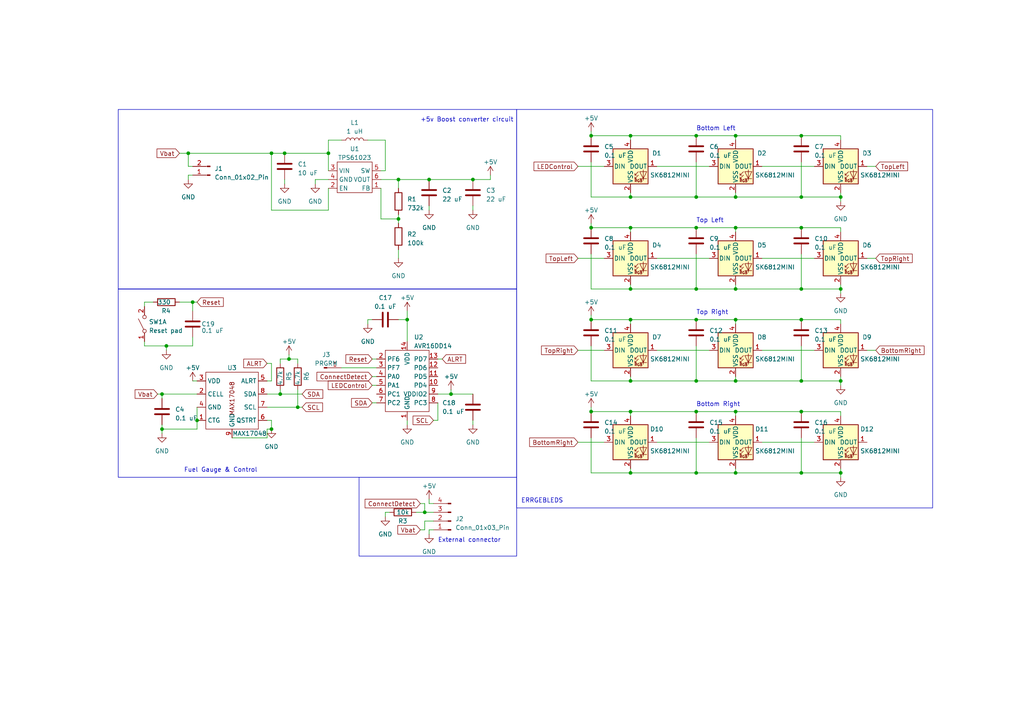
<source format=kicad_sch>
(kicad_sch (version 20230121) (generator eeschema)

  (uuid e2a51a89-818d-4cd1-9522-a4c684e3410a)

  (paper "A4")

  (title_block
    (title "5v Battery Cell w/ Charge Indicator")
    (date "2023-03-16")
    (rev "V1.7")
    (company "Callsign Carrot")
    (comment 1 "https://github.com/Callsign-Carrot/5v-Battery-Cell-w-Charge-Indicator")
  )

  (lib_symbols
    (symbol "000PowerCellLib:AVR16DD14" (in_bom yes) (on_board yes)
      (property "Reference" "U" (at 3.81 0 0)
        (effects (font (size 1.27 1.27)))
      )
      (property "Value" "AVR16DD14" (at 0 0 0)
        (effects (font (size 1.27 1.27)))
      )
      (property "Footprint" "Package_SO:SOIC-14_3.9x8.7mm_P1.27mm" (at 0 0 0)
        (effects (font (size 1.27 1.27)) hide)
      )
      (property "Datasheet" "https://www.mouser.com/datasheet/2/268/AVR32_16DD20_14_Prel_DataSheet_DS40002413-2997818.pdf" (at 0 0 0)
        (effects (font (size 1.27 1.27)) hide)
      )
      (symbol "AVR16DD14_0_1"
        (rectangle (start -6.35 -1.27) (end 6.35 -19.05)
          (stroke (width 0) (type default))
          (fill (type none))
        )
      )
      (symbol "AVR16DD14_1_1"
        (pin unspecified line (at 0 -21.59 90) (length 2.54)
          (name "GND" (effects (font (size 1.27 1.27))))
          (number "1" (effects (font (size 1.27 1.27))))
        )
        (pin unspecified line (at 8.89 -11.43 180) (length 2.54)
          (name "PD4" (effects (font (size 1.27 1.27))))
          (number "10" (effects (font (size 1.27 1.27))))
        )
        (pin unspecified line (at 8.89 -8.89 180) (length 2.54)
          (name "PD5" (effects (font (size 1.27 1.27))))
          (number "11" (effects (font (size 1.27 1.27))))
        )
        (pin unspecified line (at 8.89 -6.35 180) (length 2.54)
          (name "PD6" (effects (font (size 1.27 1.27))))
          (number "12" (effects (font (size 1.27 1.27))))
        )
        (pin unspecified line (at 8.89 -3.81 180) (length 2.54)
          (name "PD7" (effects (font (size 1.27 1.27))))
          (number "13" (effects (font (size 1.27 1.27))))
        )
        (pin unspecified line (at 0 1.27 270) (length 2.54)
          (name "VDD" (effects (font (size 1.27 1.27))))
          (number "14" (effects (font (size 1.27 1.27))))
        )
        (pin unspecified line (at -8.89 -3.81 0) (length 2.54)
          (name "PF6" (effects (font (size 1.27 1.27))))
          (number "2" (effects (font (size 1.27 1.27))))
        )
        (pin unspecified line (at -8.89 -6.35 0) (length 2.54)
          (name "PF7" (effects (font (size 1.27 1.27))))
          (number "3" (effects (font (size 1.27 1.27))))
        )
        (pin unspecified line (at -8.89 -8.89 0) (length 2.54)
          (name "PA0" (effects (font (size 1.27 1.27))))
          (number "4" (effects (font (size 1.27 1.27))))
        )
        (pin unspecified line (at -8.89 -11.43 0) (length 2.54)
          (name "PA1" (effects (font (size 1.27 1.27))))
          (number "5" (effects (font (size 1.27 1.27))))
        )
        (pin unspecified line (at -8.89 -13.97 0) (length 2.54)
          (name "PC1" (effects (font (size 1.27 1.27))))
          (number "6" (effects (font (size 1.27 1.27))))
        )
        (pin unspecified line (at -8.89 -16.51 0) (length 2.54)
          (name "PC2" (effects (font (size 1.27 1.27))))
          (number "7" (effects (font (size 1.27 1.27))))
        )
        (pin unspecified line (at 8.89 -16.51 180) (length 2.54)
          (name "PC3" (effects (font (size 1.27 1.27))))
          (number "8" (effects (font (size 1.27 1.27))))
        )
        (pin unspecified line (at 8.89 -13.97 180) (length 2.54)
          (name "VDDIO2" (effects (font (size 1.27 1.27))))
          (number "9" (effects (font (size 1.27 1.27))))
        )
      )
    )
    (symbol "000PowerCellLib:MAX17048" (in_bom yes) (on_board yes)
      (property "Reference" "U3" (at 0 0 0)
        (effects (font (size 1.27 1.27)))
      )
      (property "Value" "MAX17048" (at 5.08 -19.05 0)
        (effects (font (size 1.27 1.27)))
      )
      (property "Footprint" "Package_DFN_QFN:TDFN-8-1EP_2x2mm_P0.5mm_EP0.8x1.2mm" (at 0 0 0)
        (effects (font (size 1.27 1.27)) hide)
      )
      (property "Datasheet" "https://www.analog.com/media/en/technical-documentation/data-sheets/MAX17048-MAX17049.pdf" (at 0 0 0)
        (effects (font (size 1.27 1.27)) hide)
      )
      (symbol "MAX17048_0_1"
        (rectangle (start -7.62 -1.27) (end 7.62 -17.78)
          (stroke (width 0) (type default))
          (fill (type none))
        )
        (text "MAX17048" (at 0 -8.89 900)
          (effects (font (size 1.27 1.27)))
        )
      )
      (symbol "MAX17048_1_1"
        (pin passive line (at -10.16 -15.24 0) (length 2.54)
          (name "CTG" (effects (font (size 1.27 1.27))))
          (number "1" (effects (font (size 1.27 1.27))))
        )
        (pin passive line (at -10.16 -7.62 0) (length 2.54)
          (name "CELL" (effects (font (size 1.27 1.27))))
          (number "2" (effects (font (size 1.27 1.27))))
        )
        (pin passive line (at -10.16 -3.81 0) (length 2.54)
          (name "VDD" (effects (font (size 1.27 1.27))))
          (number "3" (effects (font (size 1.27 1.27))))
        )
        (pin passive line (at -10.16 -11.43 0) (length 2.54)
          (name "GND" (effects (font (size 1.27 1.27))))
          (number "4" (effects (font (size 1.27 1.27))))
        )
        (pin passive line (at 10.16 -3.81 180) (length 2.54)
          (name "ALRT" (effects (font (size 1.27 1.27))))
          (number "5" (effects (font (size 1.27 1.27))))
        )
        (pin passive line (at 10.16 -15.24 180) (length 2.54)
          (name "QSTRT" (effects (font (size 1.27 1.27))))
          (number "6" (effects (font (size 1.27 1.27))))
        )
        (pin passive line (at 10.16 -11.43 180) (length 2.54)
          (name "SCL" (effects (font (size 1.27 1.27))))
          (number "7" (effects (font (size 1.27 1.27))))
        )
        (pin passive line (at 10.16 -7.62 180) (length 2.54)
          (name "SDA" (effects (font (size 1.27 1.27))))
          (number "8" (effects (font (size 1.27 1.27))))
        )
        (pin unspecified line (at 0 -20.32 90) (length 2.54)
          (name "GND" (effects (font (size 1.27 1.27))))
          (number "9" (effects (font (size 1.27 1.27))))
        )
      )
    )
    (symbol "000PowerCellLib:TPS61023" (in_bom yes) (on_board yes)
      (property "Reference" "U" (at 0 0 0)
        (effects (font (size 1.27 1.27)))
      )
      (property "Value" "TPS61023" (at -1.27 0 0)
        (effects (font (size 1.27 1.27)))
      )
      (property "Footprint" "" (at -1.27 0 0)
        (effects (font (size 1.27 1.27)) hide)
      )
      (property "Datasheet" "https://www.ti.com/lit/ds/symlink/tps61023.pdf?HQS=dis-dk-null-digikeymode-dsf-pf-null-wwe&ts=1617863529482" (at -1.27 0 0)
        (effects (font (size 1.27 1.27)) hide)
      )
      (symbol "TPS61023_0_1"
        (rectangle (start -5.08 -1.27) (end 5.08 -10.16)
          (stroke (width 0) (type default))
          (fill (type none))
        )
      )
      (symbol "TPS61023_1_1"
        (pin unspecified line (at 7.62 -8.89 180) (length 2.54)
          (name "FB" (effects (font (size 1.27 1.27))))
          (number "1" (effects (font (size 1.27 1.27))))
        )
        (pin unspecified line (at -7.62 -8.89 0) (length 2.54)
          (name "EN" (effects (font (size 1.27 1.27))))
          (number "2" (effects (font (size 1.27 1.27))))
        )
        (pin unspecified line (at -7.62 -3.81 0) (length 2.54)
          (name "VIN" (effects (font (size 1.27 1.27))))
          (number "3" (effects (font (size 1.27 1.27))))
        )
        (pin unspecified line (at -7.62 -6.35 0) (length 2.54)
          (name "GND" (effects (font (size 1.27 1.27))))
          (number "4" (effects (font (size 1.27 1.27))))
        )
        (pin unspecified line (at 7.62 -3.81 180) (length 2.54)
          (name "SW" (effects (font (size 1.27 1.27))))
          (number "5" (effects (font (size 1.27 1.27))))
        )
        (pin unspecified line (at 7.62 -6.35 180) (length 2.54)
          (name "VOUT" (effects (font (size 1.27 1.27))))
          (number "6" (effects (font (size 1.27 1.27))))
        )
      )
    )
    (symbol "Connector:Conn_01x01_Pin" (pin_names (offset 1.016) hide) (in_bom yes) (on_board yes)
      (property "Reference" "J" (at 0 2.54 0)
        (effects (font (size 1.27 1.27)))
      )
      (property "Value" "Conn_01x01_Pin" (at 0 -2.54 0)
        (effects (font (size 1.27 1.27)))
      )
      (property "Footprint" "" (at 0 0 0)
        (effects (font (size 1.27 1.27)) hide)
      )
      (property "Datasheet" "~" (at 0 0 0)
        (effects (font (size 1.27 1.27)) hide)
      )
      (property "ki_locked" "" (at 0 0 0)
        (effects (font (size 1.27 1.27)))
      )
      (property "ki_keywords" "connector" (at 0 0 0)
        (effects (font (size 1.27 1.27)) hide)
      )
      (property "ki_description" "Generic connector, single row, 01x01, script generated" (at 0 0 0)
        (effects (font (size 1.27 1.27)) hide)
      )
      (property "ki_fp_filters" "Connector*:*_1x??_*" (at 0 0 0)
        (effects (font (size 1.27 1.27)) hide)
      )
      (symbol "Conn_01x01_Pin_1_1"
        (polyline
          (pts
            (xy 1.27 0)
            (xy 0.8636 0)
          )
          (stroke (width 0.1524) (type default))
          (fill (type none))
        )
        (rectangle (start 0.8636 0.127) (end 0 -0.127)
          (stroke (width 0.1524) (type default))
          (fill (type outline))
        )
        (pin passive line (at 5.08 0 180) (length 3.81)
          (name "Pin_1" (effects (font (size 1.27 1.27))))
          (number "1" (effects (font (size 1.27 1.27))))
        )
      )
    )
    (symbol "Connector:Conn_01x02_Pin" (pin_names (offset 1.016) hide) (in_bom yes) (on_board yes)
      (property "Reference" "J" (at 0 2.54 0)
        (effects (font (size 1.27 1.27)))
      )
      (property "Value" "Conn_01x02_Pin" (at 0 -5.08 0)
        (effects (font (size 1.27 1.27)))
      )
      (property "Footprint" "" (at 0 0 0)
        (effects (font (size 1.27 1.27)) hide)
      )
      (property "Datasheet" "~" (at 0 0 0)
        (effects (font (size 1.27 1.27)) hide)
      )
      (property "ki_locked" "" (at 0 0 0)
        (effects (font (size 1.27 1.27)))
      )
      (property "ki_keywords" "connector" (at 0 0 0)
        (effects (font (size 1.27 1.27)) hide)
      )
      (property "ki_description" "Generic connector, single row, 01x02, script generated" (at 0 0 0)
        (effects (font (size 1.27 1.27)) hide)
      )
      (property "ki_fp_filters" "Connector*:*_1x??_*" (at 0 0 0)
        (effects (font (size 1.27 1.27)) hide)
      )
      (symbol "Conn_01x02_Pin_1_1"
        (polyline
          (pts
            (xy 1.27 -2.54)
            (xy 0.8636 -2.54)
          )
          (stroke (width 0.1524) (type default))
          (fill (type none))
        )
        (polyline
          (pts
            (xy 1.27 0)
            (xy 0.8636 0)
          )
          (stroke (width 0.1524) (type default))
          (fill (type none))
        )
        (rectangle (start 0.8636 -2.413) (end 0 -2.667)
          (stroke (width 0.1524) (type default))
          (fill (type outline))
        )
        (rectangle (start 0.8636 0.127) (end 0 -0.127)
          (stroke (width 0.1524) (type default))
          (fill (type outline))
        )
        (pin passive line (at 5.08 0 180) (length 3.81)
          (name "Pin_1" (effects (font (size 1.27 1.27))))
          (number "1" (effects (font (size 1.27 1.27))))
        )
        (pin passive line (at 5.08 -2.54 180) (length 3.81)
          (name "Pin_2" (effects (font (size 1.27 1.27))))
          (number "2" (effects (font (size 1.27 1.27))))
        )
      )
    )
    (symbol "Connector:Conn_01x04_Pin" (pin_names (offset 1.016) hide) (in_bom yes) (on_board yes)
      (property "Reference" "J" (at 0 5.08 0)
        (effects (font (size 1.27 1.27)))
      )
      (property "Value" "Conn_01x04_Pin" (at 0 -7.62 0)
        (effects (font (size 1.27 1.27)))
      )
      (property "Footprint" "" (at 0 0 0)
        (effects (font (size 1.27 1.27)) hide)
      )
      (property "Datasheet" "~" (at 0 0 0)
        (effects (font (size 1.27 1.27)) hide)
      )
      (property "ki_locked" "" (at 0 0 0)
        (effects (font (size 1.27 1.27)))
      )
      (property "ki_keywords" "connector" (at 0 0 0)
        (effects (font (size 1.27 1.27)) hide)
      )
      (property "ki_description" "Generic connector, single row, 01x04, script generated" (at 0 0 0)
        (effects (font (size 1.27 1.27)) hide)
      )
      (property "ki_fp_filters" "Connector*:*_1x??_*" (at 0 0 0)
        (effects (font (size 1.27 1.27)) hide)
      )
      (symbol "Conn_01x04_Pin_1_1"
        (polyline
          (pts
            (xy 1.27 -5.08)
            (xy 0.8636 -5.08)
          )
          (stroke (width 0.1524) (type default))
          (fill (type none))
        )
        (polyline
          (pts
            (xy 1.27 -2.54)
            (xy 0.8636 -2.54)
          )
          (stroke (width 0.1524) (type default))
          (fill (type none))
        )
        (polyline
          (pts
            (xy 1.27 0)
            (xy 0.8636 0)
          )
          (stroke (width 0.1524) (type default))
          (fill (type none))
        )
        (polyline
          (pts
            (xy 1.27 2.54)
            (xy 0.8636 2.54)
          )
          (stroke (width 0.1524) (type default))
          (fill (type none))
        )
        (rectangle (start 0.8636 -4.953) (end 0 -5.207)
          (stroke (width 0.1524) (type default))
          (fill (type outline))
        )
        (rectangle (start 0.8636 -2.413) (end 0 -2.667)
          (stroke (width 0.1524) (type default))
          (fill (type outline))
        )
        (rectangle (start 0.8636 0.127) (end 0 -0.127)
          (stroke (width 0.1524) (type default))
          (fill (type outline))
        )
        (rectangle (start 0.8636 2.667) (end 0 2.413)
          (stroke (width 0.1524) (type default))
          (fill (type outline))
        )
        (pin passive line (at 5.08 2.54 180) (length 3.81)
          (name "Pin_1" (effects (font (size 1.27 1.27))))
          (number "1" (effects (font (size 1.27 1.27))))
        )
        (pin passive line (at 5.08 0 180) (length 3.81)
          (name "Pin_2" (effects (font (size 1.27 1.27))))
          (number "2" (effects (font (size 1.27 1.27))))
        )
        (pin passive line (at 5.08 -2.54 180) (length 3.81)
          (name "Pin_3" (effects (font (size 1.27 1.27))))
          (number "3" (effects (font (size 1.27 1.27))))
        )
        (pin passive line (at 5.08 -5.08 180) (length 3.81)
          (name "Pin_4" (effects (font (size 1.27 1.27))))
          (number "4" (effects (font (size 1.27 1.27))))
        )
      )
    )
    (symbol "Device:C" (pin_numbers hide) (pin_names (offset 0.254)) (in_bom yes) (on_board yes)
      (property "Reference" "C" (at 0.635 2.54 0)
        (effects (font (size 1.27 1.27)) (justify left))
      )
      (property "Value" "C" (at 0.635 -2.54 0)
        (effects (font (size 1.27 1.27)) (justify left))
      )
      (property "Footprint" "" (at 0.9652 -3.81 0)
        (effects (font (size 1.27 1.27)) hide)
      )
      (property "Datasheet" "~" (at 0 0 0)
        (effects (font (size 1.27 1.27)) hide)
      )
      (property "ki_keywords" "cap capacitor" (at 0 0 0)
        (effects (font (size 1.27 1.27)) hide)
      )
      (property "ki_description" "Unpolarized capacitor" (at 0 0 0)
        (effects (font (size 1.27 1.27)) hide)
      )
      (property "ki_fp_filters" "C_*" (at 0 0 0)
        (effects (font (size 1.27 1.27)) hide)
      )
      (symbol "C_0_1"
        (polyline
          (pts
            (xy -2.032 -0.762)
            (xy 2.032 -0.762)
          )
          (stroke (width 0.508) (type default))
          (fill (type none))
        )
        (polyline
          (pts
            (xy -2.032 0.762)
            (xy 2.032 0.762)
          )
          (stroke (width 0.508) (type default))
          (fill (type none))
        )
      )
      (symbol "C_1_1"
        (pin passive line (at 0 3.81 270) (length 2.794)
          (name "~" (effects (font (size 1.27 1.27))))
          (number "1" (effects (font (size 1.27 1.27))))
        )
        (pin passive line (at 0 -3.81 90) (length 2.794)
          (name "~" (effects (font (size 1.27 1.27))))
          (number "2" (effects (font (size 1.27 1.27))))
        )
      )
    )
    (symbol "Device:L" (pin_numbers hide) (pin_names (offset 1.016) hide) (in_bom yes) (on_board yes)
      (property "Reference" "L" (at -1.27 0 90)
        (effects (font (size 1.27 1.27)))
      )
      (property "Value" "L" (at 1.905 0 90)
        (effects (font (size 1.27 1.27)))
      )
      (property "Footprint" "" (at 0 0 0)
        (effects (font (size 1.27 1.27)) hide)
      )
      (property "Datasheet" "~" (at 0 0 0)
        (effects (font (size 1.27 1.27)) hide)
      )
      (property "ki_keywords" "inductor choke coil reactor magnetic" (at 0 0 0)
        (effects (font (size 1.27 1.27)) hide)
      )
      (property "ki_description" "Inductor" (at 0 0 0)
        (effects (font (size 1.27 1.27)) hide)
      )
      (property "ki_fp_filters" "Choke_* *Coil* Inductor_* L_*" (at 0 0 0)
        (effects (font (size 1.27 1.27)) hide)
      )
      (symbol "L_0_1"
        (arc (start 0 -2.54) (mid 0.6323 -1.905) (end 0 -1.27)
          (stroke (width 0) (type default))
          (fill (type none))
        )
        (arc (start 0 -1.27) (mid 0.6323 -0.635) (end 0 0)
          (stroke (width 0) (type default))
          (fill (type none))
        )
        (arc (start 0 0) (mid 0.6323 0.635) (end 0 1.27)
          (stroke (width 0) (type default))
          (fill (type none))
        )
        (arc (start 0 1.27) (mid 0.6323 1.905) (end 0 2.54)
          (stroke (width 0) (type default))
          (fill (type none))
        )
      )
      (symbol "L_1_1"
        (pin passive line (at 0 3.81 270) (length 1.27)
          (name "1" (effects (font (size 1.27 1.27))))
          (number "1" (effects (font (size 1.27 1.27))))
        )
        (pin passive line (at 0 -3.81 90) (length 1.27)
          (name "2" (effects (font (size 1.27 1.27))))
          (number "2" (effects (font (size 1.27 1.27))))
        )
      )
    )
    (symbol "Device:R" (pin_numbers hide) (pin_names (offset 0)) (in_bom yes) (on_board yes)
      (property "Reference" "R" (at 2.032 0 90)
        (effects (font (size 1.27 1.27)))
      )
      (property "Value" "R" (at 0 0 90)
        (effects (font (size 1.27 1.27)))
      )
      (property "Footprint" "" (at -1.778 0 90)
        (effects (font (size 1.27 1.27)) hide)
      )
      (property "Datasheet" "~" (at 0 0 0)
        (effects (font (size 1.27 1.27)) hide)
      )
      (property "ki_keywords" "R res resistor" (at 0 0 0)
        (effects (font (size 1.27 1.27)) hide)
      )
      (property "ki_description" "Resistor" (at 0 0 0)
        (effects (font (size 1.27 1.27)) hide)
      )
      (property "ki_fp_filters" "R_*" (at 0 0 0)
        (effects (font (size 1.27 1.27)) hide)
      )
      (symbol "R_0_1"
        (rectangle (start -1.016 -2.54) (end 1.016 2.54)
          (stroke (width 0.254) (type default))
          (fill (type none))
        )
      )
      (symbol "R_1_1"
        (pin passive line (at 0 3.81 270) (length 1.27)
          (name "~" (effects (font (size 1.27 1.27))))
          (number "1" (effects (font (size 1.27 1.27))))
        )
        (pin passive line (at 0 -3.81 90) (length 1.27)
          (name "~" (effects (font (size 1.27 1.27))))
          (number "2" (effects (font (size 1.27 1.27))))
        )
      )
    )
    (symbol "LED:SK6812MINI" (pin_names (offset 0.254)) (in_bom yes) (on_board yes)
      (property "Reference" "D" (at 5.08 5.715 0)
        (effects (font (size 1.27 1.27)) (justify right bottom))
      )
      (property "Value" "SK6812MINI" (at 1.27 -5.715 0)
        (effects (font (size 1.27 1.27)) (justify left top))
      )
      (property "Footprint" "LED_SMD:LED_SK6812MINI_PLCC4_3.5x3.5mm_P1.75mm" (at 1.27 -7.62 0)
        (effects (font (size 1.27 1.27)) (justify left top) hide)
      )
      (property "Datasheet" "https://cdn-shop.adafruit.com/product-files/2686/SK6812MINI_REV.01-1-2.pdf" (at 2.54 -9.525 0)
        (effects (font (size 1.27 1.27)) (justify left top) hide)
      )
      (property "ki_keywords" "RGB LED NeoPixel Mini addressable" (at 0 0 0)
        (effects (font (size 1.27 1.27)) hide)
      )
      (property "ki_description" "RGB LED with integrated controller" (at 0 0 0)
        (effects (font (size 1.27 1.27)) hide)
      )
      (property "ki_fp_filters" "LED*SK6812MINI*PLCC*3.5x3.5mm*P1.75mm*" (at 0 0 0)
        (effects (font (size 1.27 1.27)) hide)
      )
      (symbol "SK6812MINI_0_0"
        (text "RGB" (at 2.286 -4.191 0)
          (effects (font (size 0.762 0.762)))
        )
      )
      (symbol "SK6812MINI_0_1"
        (polyline
          (pts
            (xy 1.27 -3.556)
            (xy 1.778 -3.556)
          )
          (stroke (width 0) (type default))
          (fill (type none))
        )
        (polyline
          (pts
            (xy 1.27 -2.54)
            (xy 1.778 -2.54)
          )
          (stroke (width 0) (type default))
          (fill (type none))
        )
        (polyline
          (pts
            (xy 4.699 -3.556)
            (xy 2.667 -3.556)
          )
          (stroke (width 0) (type default))
          (fill (type none))
        )
        (polyline
          (pts
            (xy 2.286 -2.54)
            (xy 1.27 -3.556)
            (xy 1.27 -3.048)
          )
          (stroke (width 0) (type default))
          (fill (type none))
        )
        (polyline
          (pts
            (xy 2.286 -1.524)
            (xy 1.27 -2.54)
            (xy 1.27 -2.032)
          )
          (stroke (width 0) (type default))
          (fill (type none))
        )
        (polyline
          (pts
            (xy 3.683 -1.016)
            (xy 3.683 -3.556)
            (xy 3.683 -4.064)
          )
          (stroke (width 0) (type default))
          (fill (type none))
        )
        (polyline
          (pts
            (xy 4.699 -1.524)
            (xy 2.667 -1.524)
            (xy 3.683 -3.556)
            (xy 4.699 -1.524)
          )
          (stroke (width 0) (type default))
          (fill (type none))
        )
        (rectangle (start 5.08 5.08) (end -5.08 -5.08)
          (stroke (width 0.254) (type default))
          (fill (type background))
        )
      )
      (symbol "SK6812MINI_1_1"
        (pin output line (at 7.62 0 180) (length 2.54)
          (name "DOUT" (effects (font (size 1.27 1.27))))
          (number "1" (effects (font (size 1.27 1.27))))
        )
        (pin power_in line (at 0 -7.62 90) (length 2.54)
          (name "VSS" (effects (font (size 1.27 1.27))))
          (number "2" (effects (font (size 1.27 1.27))))
        )
        (pin input line (at -7.62 0 0) (length 2.54)
          (name "DIN" (effects (font (size 1.27 1.27))))
          (number "3" (effects (font (size 1.27 1.27))))
        )
        (pin power_in line (at 0 7.62 270) (length 2.54)
          (name "VDD" (effects (font (size 1.27 1.27))))
          (number "4" (effects (font (size 1.27 1.27))))
        )
      )
    )
    (symbol "Switch:SW_DPST_x2" (pin_names (offset 0) hide) (in_bom yes) (on_board yes)
      (property "Reference" "SW" (at 0 3.175 0)
        (effects (font (size 1.27 1.27)))
      )
      (property "Value" "SW_DPST_x2" (at 0 -2.54 0)
        (effects (font (size 1.27 1.27)))
      )
      (property "Footprint" "" (at 0 0 0)
        (effects (font (size 1.27 1.27)) hide)
      )
      (property "Datasheet" "~" (at 0 0 0)
        (effects (font (size 1.27 1.27)) hide)
      )
      (property "ki_keywords" "switch lever" (at 0 0 0)
        (effects (font (size 1.27 1.27)) hide)
      )
      (property "ki_description" "Single Pole Single Throw (SPST) switch, separate symbol" (at 0 0 0)
        (effects (font (size 1.27 1.27)) hide)
      )
      (symbol "SW_DPST_x2_0_0"
        (circle (center -2.032 0) (radius 0.508)
          (stroke (width 0) (type default))
          (fill (type none))
        )
        (polyline
          (pts
            (xy -1.524 0.254)
            (xy 1.524 1.778)
          )
          (stroke (width 0) (type default))
          (fill (type none))
        )
        (circle (center 2.032 0) (radius 0.508)
          (stroke (width 0) (type default))
          (fill (type none))
        )
      )
      (symbol "SW_DPST_x2_1_1"
        (pin passive line (at -5.08 0 0) (length 2.54)
          (name "A" (effects (font (size 1.27 1.27))))
          (number "1" (effects (font (size 1.27 1.27))))
        )
        (pin passive line (at 5.08 0 180) (length 2.54)
          (name "B" (effects (font (size 1.27 1.27))))
          (number "2" (effects (font (size 1.27 1.27))))
        )
      )
      (symbol "SW_DPST_x2_2_1"
        (pin passive line (at -5.08 0 0) (length 2.54)
          (name "A" (effects (font (size 1.27 1.27))))
          (number "3" (effects (font (size 1.27 1.27))))
        )
        (pin passive line (at 5.08 0 180) (length 2.54)
          (name "B" (effects (font (size 1.27 1.27))))
          (number "4" (effects (font (size 1.27 1.27))))
        )
      )
    )
    (symbol "power:+5V" (power) (pin_names (offset 0)) (in_bom yes) (on_board yes)
      (property "Reference" "#PWR" (at 0 -3.81 0)
        (effects (font (size 1.27 1.27)) hide)
      )
      (property "Value" "+5V" (at 0 3.556 0)
        (effects (font (size 1.27 1.27)))
      )
      (property "Footprint" "" (at 0 0 0)
        (effects (font (size 1.27 1.27)) hide)
      )
      (property "Datasheet" "" (at 0 0 0)
        (effects (font (size 1.27 1.27)) hide)
      )
      (property "ki_keywords" "global power" (at 0 0 0)
        (effects (font (size 1.27 1.27)) hide)
      )
      (property "ki_description" "Power symbol creates a global label with name \"+5V\"" (at 0 0 0)
        (effects (font (size 1.27 1.27)) hide)
      )
      (symbol "+5V_0_1"
        (polyline
          (pts
            (xy -0.762 1.27)
            (xy 0 2.54)
          )
          (stroke (width 0) (type default))
          (fill (type none))
        )
        (polyline
          (pts
            (xy 0 0)
            (xy 0 2.54)
          )
          (stroke (width 0) (type default))
          (fill (type none))
        )
        (polyline
          (pts
            (xy 0 2.54)
            (xy 0.762 1.27)
          )
          (stroke (width 0) (type default))
          (fill (type none))
        )
      )
      (symbol "+5V_1_1"
        (pin power_in line (at 0 0 90) (length 0) hide
          (name "+5V" (effects (font (size 1.27 1.27))))
          (number "1" (effects (font (size 1.27 1.27))))
        )
      )
    )
    (symbol "power:GND" (power) (pin_names (offset 0)) (in_bom yes) (on_board yes)
      (property "Reference" "#PWR" (at 0 -6.35 0)
        (effects (font (size 1.27 1.27)) hide)
      )
      (property "Value" "GND" (at 0 -3.81 0)
        (effects (font (size 1.27 1.27)))
      )
      (property "Footprint" "" (at 0 0 0)
        (effects (font (size 1.27 1.27)) hide)
      )
      (property "Datasheet" "" (at 0 0 0)
        (effects (font (size 1.27 1.27)) hide)
      )
      (property "ki_keywords" "global power" (at 0 0 0)
        (effects (font (size 1.27 1.27)) hide)
      )
      (property "ki_description" "Power symbol creates a global label with name \"GND\" , ground" (at 0 0 0)
        (effects (font (size 1.27 1.27)) hide)
      )
      (symbol "GND_0_1"
        (polyline
          (pts
            (xy 0 0)
            (xy 0 -1.27)
            (xy 1.27 -1.27)
            (xy 0 -2.54)
            (xy -1.27 -1.27)
            (xy 0 -1.27)
          )
          (stroke (width 0) (type default))
          (fill (type none))
        )
      )
      (symbol "GND_1_1"
        (pin power_in line (at 0 0 270) (length 0) hide
          (name "GND" (effects (font (size 1.27 1.27))))
          (number "1" (effects (font (size 1.27 1.27))))
        )
      )
    )
  )

  (junction (at 57.15 121.92) (diameter 0) (color 0 0 0 0)
    (uuid 0103bd20-1ed1-41d0-8606-804694e0c5eb)
  )
  (junction (at 201.93 137.16) (diameter 0) (color 0 0 0 0)
    (uuid 07df3fcc-d357-41f3-b76f-6242aa853ed6)
  )
  (junction (at 243.84 57.15) (diameter 0) (color 0 0 0 0)
    (uuid 09e51584-2886-42f8-bc9e-a40c4feb76f1)
  )
  (junction (at 213.36 137.16) (diameter 0) (color 0 0 0 0)
    (uuid 0c94278b-5f34-493a-a3e4-528aec21448b)
  )
  (junction (at 46.99 124.46) (diameter 0) (color 0 0 0 0)
    (uuid 0cb951fd-5892-45cd-b854-f15155ae83c5)
  )
  (junction (at 55.88 87.63) (diameter 0) (color 0 0 0 0)
    (uuid 0e04e4a3-abfb-4f40-b496-7dbacd2889aa)
  )
  (junction (at 182.88 57.15) (diameter 0) (color 0 0 0 0)
    (uuid 147f73b1-0766-4e0f-8667-d33f231afa0e)
  )
  (junction (at 130.81 114.3) (diameter 0) (color 0 0 0 0)
    (uuid 15cbec45-9eba-49ee-b67b-ec1353003ee2)
  )
  (junction (at 201.93 39.37) (diameter 0) (color 0 0 0 0)
    (uuid 166b52cd-b22e-46ca-aba0-53b42b112476)
  )
  (junction (at 54.61 44.45) (diameter 0) (color 0 0 0 0)
    (uuid 178bfd74-840e-4c2d-8f39-2188ddef89c1)
  )
  (junction (at 201.93 92.71) (diameter 0) (color 0 0 0 0)
    (uuid 19346b03-16db-45e5-8f50-22efe50fc710)
  )
  (junction (at 118.11 92.71) (diameter 0) (color 0 0 0 0)
    (uuid 1e9a2d36-ab60-49b8-825d-736ce22d1fe1)
  )
  (junction (at 78.74 124.46) (diameter 0) (color 0 0 0 0)
    (uuid 22895ee3-5fc4-4bb1-8500-50586d2a22fc)
  )
  (junction (at 213.36 57.15) (diameter 0) (color 0 0 0 0)
    (uuid 22f69a83-cd82-438c-86f7-4787ba69d187)
  )
  (junction (at 182.88 83.82) (diameter 0) (color 0 0 0 0)
    (uuid 23607f8e-6377-446d-9b5a-909b87f81dd5)
  )
  (junction (at 124.46 52.07) (diameter 0) (color 0 0 0 0)
    (uuid 268a6dbd-4c8b-45cd-b199-4be554458df6)
  )
  (junction (at 201.93 57.15) (diameter 0) (color 0 0 0 0)
    (uuid 2b9c3d4b-0aca-4659-b665-5e7591a1af9f)
  )
  (junction (at 243.84 83.82) (diameter 0) (color 0 0 0 0)
    (uuid 2d686353-393a-4af6-8c26-dc2de3b83a84)
  )
  (junction (at 232.41 57.15) (diameter 0) (color 0 0 0 0)
    (uuid 2fae48fc-1fdd-4cbe-bbc2-a6427229383e)
  )
  (junction (at 182.88 92.71) (diameter 0) (color 0 0 0 0)
    (uuid 311d10f2-d74b-42f7-bdb1-76520d228939)
  )
  (junction (at 48.26 100.33) (diameter 0) (color 0 0 0 0)
    (uuid 31c51262-13eb-4d6f-a6d6-277563262b2a)
  )
  (junction (at 232.41 137.16) (diameter 0) (color 0 0 0 0)
    (uuid 32409f87-d898-4421-be21-1ecf56e9b8d4)
  )
  (junction (at 182.88 66.04) (diameter 0) (color 0 0 0 0)
    (uuid 34b08009-3a3e-4c2d-8ec5-63d3c589f849)
  )
  (junction (at 123.19 148.59) (diameter 0) (color 0 0 0 0)
    (uuid 38e3e691-d479-41a0-8540-4a29b31c6eac)
  )
  (junction (at 83.82 104.14) (diameter 0) (color 0 0 0 0)
    (uuid 466aeb5c-e6ef-431f-9878-742b01a34352)
  )
  (junction (at 232.41 83.82) (diameter 0) (color 0 0 0 0)
    (uuid 47fc3d6a-e74f-4d1e-b6f4-8cef4de9ad55)
  )
  (junction (at 171.45 119.38) (diameter 0) (color 0 0 0 0)
    (uuid 4e25b856-e07d-4387-b381-439120550ef6)
  )
  (junction (at 213.36 83.82) (diameter 0) (color 0 0 0 0)
    (uuid 538028ca-536e-4e0f-b2e7-5e0199ecc441)
  )
  (junction (at 95.25 44.45) (diameter 0) (color 0 0 0 0)
    (uuid 54e1d423-3e16-4299-a515-350fd9d09f81)
  )
  (junction (at 137.16 52.07) (diameter 0) (color 0 0 0 0)
    (uuid 5d331509-6973-45c3-96ea-0c91b714be1c)
  )
  (junction (at 213.36 110.49) (diameter 0) (color 0 0 0 0)
    (uuid 5ee35925-7497-442a-b098-7bb020bdfd1c)
  )
  (junction (at 171.45 66.04) (diameter 0) (color 0 0 0 0)
    (uuid 5f87daf8-9c46-4414-8af6-7326aae317d2)
  )
  (junction (at 171.45 39.37) (diameter 0) (color 0 0 0 0)
    (uuid 61caff8e-ce6f-4334-ae9f-3c3f82a509ea)
  )
  (junction (at 201.93 119.38) (diameter 0) (color 0 0 0 0)
    (uuid 66336452-d26d-4c86-8f3b-0289b2658afc)
  )
  (junction (at 213.36 119.38) (diameter 0) (color 0 0 0 0)
    (uuid 67ce58ff-abae-4b50-9d2a-669b6de4ef6d)
  )
  (junction (at 213.36 66.04) (diameter 0) (color 0 0 0 0)
    (uuid 7da2a393-4ffa-4997-ace4-34076bcf1bf4)
  )
  (junction (at 232.41 66.04) (diameter 0) (color 0 0 0 0)
    (uuid 8281a60a-7260-472f-95bc-d1ffc9aaebe6)
  )
  (junction (at 182.88 137.16) (diameter 0) (color 0 0 0 0)
    (uuid 88ecc0cf-ad44-4a20-98f8-d513d95494c9)
  )
  (junction (at 82.55 44.45) (diameter 0) (color 0 0 0 0)
    (uuid 8cb54856-9a27-41a0-96ec-7818dfa0e151)
  )
  (junction (at 243.84 110.49) (diameter 0) (color 0 0 0 0)
    (uuid 8fc9e6ee-e079-44c5-b3f8-81574ccd2c6f)
  )
  (junction (at 232.41 92.71) (diameter 0) (color 0 0 0 0)
    (uuid 9215f7e4-d288-4957-a8d0-add9fcaec7fb)
  )
  (junction (at 213.36 92.71) (diameter 0) (color 0 0 0 0)
    (uuid 92f66b15-3645-4aec-9bd8-45e4fed10880)
  )
  (junction (at 81.28 114.3) (diameter 0) (color 0 0 0 0)
    (uuid 9bd13e1e-36a1-43b5-9b81-8a87a8bb9853)
  )
  (junction (at 232.41 110.49) (diameter 0) (color 0 0 0 0)
    (uuid 9e704503-6801-4438-8df5-6725cbe63502)
  )
  (junction (at 182.88 39.37) (diameter 0) (color 0 0 0 0)
    (uuid a54e4ad2-4382-47fd-8f64-8d4a60662eb0)
  )
  (junction (at 232.41 119.38) (diameter 0) (color 0 0 0 0)
    (uuid a76a525f-ef9b-45be-a43a-557ae6488a7a)
  )
  (junction (at 115.57 52.07) (diameter 0) (color 0 0 0 0)
    (uuid aece5652-3bcf-406d-abf7-e5a02d0bac4f)
  )
  (junction (at 86.36 118.11) (diameter 0) (color 0 0 0 0)
    (uuid b211f81f-e41e-41f0-b1e2-fdb8a60cb9c2)
  )
  (junction (at 182.88 110.49) (diameter 0) (color 0 0 0 0)
    (uuid b8cb6211-8186-4dc9-8af0-34e1af7980fc)
  )
  (junction (at 201.93 83.82) (diameter 0) (color 0 0 0 0)
    (uuid bb72fc8b-6d3e-4325-9781-c75bd2023049)
  )
  (junction (at 232.41 39.37) (diameter 0) (color 0 0 0 0)
    (uuid bf0653e3-fd59-4984-ab1a-31f8b5f4d0b3)
  )
  (junction (at 182.88 119.38) (diameter 0) (color 0 0 0 0)
    (uuid da95f6ca-3cc5-436e-9595-0dd0426c4752)
  )
  (junction (at 213.36 39.37) (diameter 0) (color 0 0 0 0)
    (uuid e2cc6765-a07d-46b8-80a1-fcf556c8807f)
  )
  (junction (at 115.57 63.5) (diameter 0) (color 0 0 0 0)
    (uuid eb5a881b-3e97-4c81-b05b-b04d4e99d991)
  )
  (junction (at 201.93 66.04) (diameter 0) (color 0 0 0 0)
    (uuid f4ec7e52-f7ce-4a6b-984c-3e856b1ad466)
  )
  (junction (at 46.99 114.3) (diameter 0) (color 0 0 0 0)
    (uuid f568c7f3-6e12-4610-8088-387a35db4cd9)
  )
  (junction (at 78.74 44.45) (diameter 0) (color 0 0 0 0)
    (uuid f7fab1fc-2069-4c17-807d-3bcb5a966c7f)
  )
  (junction (at 243.84 137.16) (diameter 0) (color 0 0 0 0)
    (uuid f8d67e3e-7afa-4748-b3b5-bbaedbc99937)
  )
  (junction (at 171.45 92.71) (diameter 0) (color 0 0 0 0)
    (uuid fbbdfeb6-6b02-464e-a1a9-6c37f7221bd2)
  )
  (junction (at 201.93 110.49) (diameter 0) (color 0 0 0 0)
    (uuid fc7184c6-3997-495f-9935-3ff450c9d17e)
  )

  (wire (pts (xy 124.46 52.07) (xy 137.16 52.07))
    (stroke (width 0) (type default))
    (uuid 004738bf-c805-4022-bc0a-f06f7b006dff)
  )
  (wire (pts (xy 182.88 137.16) (xy 201.93 137.16))
    (stroke (width 0) (type default))
    (uuid 046e9921-7348-404f-95e0-1c8a0029f0a6)
  )
  (wire (pts (xy 251.46 48.26) (xy 254 48.26))
    (stroke (width 0) (type default))
    (uuid 0525abf0-1165-495f-a04a-39f6465b717a)
  )
  (wire (pts (xy 190.5 128.27) (xy 205.74 128.27))
    (stroke (width 0) (type default))
    (uuid 06577c59-4803-42bf-9b65-8433e0beac5b)
  )
  (wire (pts (xy 115.57 62.23) (xy 115.57 63.5))
    (stroke (width 0) (type default))
    (uuid 06865c2a-b5e8-4e79-aef0-5f0ed0d752d7)
  )
  (wire (pts (xy 213.36 66.04) (xy 232.41 66.04))
    (stroke (width 0) (type default))
    (uuid 070b44a7-2877-4b13-ba2e-abd23c006e95)
  )
  (wire (pts (xy 171.45 100.33) (xy 171.45 110.49))
    (stroke (width 0) (type default))
    (uuid 08e9f210-d2c3-4ad7-9775-e49f4866d2ea)
  )
  (wire (pts (xy 106.68 93.98) (xy 106.68 92.71))
    (stroke (width 0) (type default))
    (uuid 0a6c8805-9153-41a1-b193-fe635c977f2a)
  )
  (wire (pts (xy 171.45 127) (xy 171.45 137.16))
    (stroke (width 0) (type default))
    (uuid 0abffdac-1e82-4abc-b769-fec80725ddac)
  )
  (wire (pts (xy 110.49 52.07) (xy 115.57 52.07))
    (stroke (width 0) (type default))
    (uuid 0b4d54df-53b7-4509-9bea-3dff9b8ac1c1)
  )
  (wire (pts (xy 52.07 44.45) (xy 54.61 44.45))
    (stroke (width 0) (type default))
    (uuid 0b55fd57-9649-4f80-9aeb-6139372c2d7e)
  )
  (wire (pts (xy 142.24 50.8) (xy 142.24 52.07))
    (stroke (width 0) (type default))
    (uuid 0bea07df-a92a-4f12-bf8b-4d686fedfbec)
  )
  (wire (pts (xy 111.76 40.64) (xy 111.76 49.53))
    (stroke (width 0) (type default))
    (uuid 0cd75382-e0f0-4ae5-bccf-1271314a9d4d)
  )
  (wire (pts (xy 220.98 128.27) (xy 236.22 128.27))
    (stroke (width 0) (type default))
    (uuid 0e2912d0-6df2-4666-8248-554d63dd2ac8)
  )
  (wire (pts (xy 182.88 66.04) (xy 201.93 66.04))
    (stroke (width 0) (type default))
    (uuid 0e2dc37f-ef4a-48f5-8a84-417cffd1581a)
  )
  (wire (pts (xy 232.41 127) (xy 232.41 137.16))
    (stroke (width 0) (type default))
    (uuid 1072607a-dfd4-4936-a825-78e9f1689a9d)
  )
  (wire (pts (xy 190.5 48.26) (xy 205.74 48.26))
    (stroke (width 0) (type default))
    (uuid 10cf9cc7-df3f-4074-b160-4eb56f406969)
  )
  (wire (pts (xy 213.36 119.38) (xy 232.41 119.38))
    (stroke (width 0) (type default))
    (uuid 11e7bddc-f95b-4ece-986a-811af31df5c7)
  )
  (wire (pts (xy 243.84 135.89) (xy 243.84 137.16))
    (stroke (width 0) (type default))
    (uuid 11f8d649-2292-49cb-a65c-0222c20376b3)
  )
  (wire (pts (xy 46.99 124.46) (xy 46.99 123.19))
    (stroke (width 0) (type default))
    (uuid 134c312a-9be9-40a6-8e1f-d6967c9ecb79)
  )
  (wire (pts (xy 127 114.3) (xy 130.81 114.3))
    (stroke (width 0) (type default))
    (uuid 14249b47-6fd5-438b-8219-125f3b17de22)
  )
  (wire (pts (xy 243.84 55.88) (xy 243.84 57.15))
    (stroke (width 0) (type default))
    (uuid 152c0607-82dc-4673-b7fe-c98e3e281282)
  )
  (wire (pts (xy 77.47 118.11) (xy 86.36 118.11))
    (stroke (width 0) (type default))
    (uuid 1a95fd97-28de-4180-a2d1-5853e49dd898)
  )
  (wire (pts (xy 171.45 66.04) (xy 182.88 66.04))
    (stroke (width 0) (type default))
    (uuid 1ad86c11-3ddb-4131-8b0c-c29e793d9012)
  )
  (wire (pts (xy 77.47 127) (xy 77.47 124.46))
    (stroke (width 0) (type default))
    (uuid 1bc2dec4-8bec-4b0b-b54f-e6b94d7812c6)
  )
  (wire (pts (xy 182.88 57.15) (xy 201.93 57.15))
    (stroke (width 0) (type default))
    (uuid 1e70fc14-8ab3-47c3-bfa5-205dedbe6470)
  )
  (wire (pts (xy 81.28 114.3) (xy 77.47 114.3))
    (stroke (width 0) (type default))
    (uuid 20965852-177b-4944-8245-32e6da5f0562)
  )
  (wire (pts (xy 57.15 118.11) (xy 57.15 121.92))
    (stroke (width 0) (type default))
    (uuid 21155070-bcde-41eb-8083-092d099402fd)
  )
  (wire (pts (xy 201.93 92.71) (xy 213.36 92.71))
    (stroke (width 0) (type default))
    (uuid 211c6cf0-e072-426a-8b10-47585829faae)
  )
  (wire (pts (xy 95.25 60.96) (xy 78.74 60.96))
    (stroke (width 0) (type default))
    (uuid 21ba73bc-4a1a-4086-87a5-b50139fb0587)
  )
  (wire (pts (xy 213.36 137.16) (xy 232.41 137.16))
    (stroke (width 0) (type default))
    (uuid 21c2c505-556a-439e-8b48-d1055bca67c9)
  )
  (wire (pts (xy 118.11 90.17) (xy 118.11 92.71))
    (stroke (width 0) (type default))
    (uuid 2203a442-0db6-4d2e-b21f-9863429431f3)
  )
  (wire (pts (xy 55.88 87.63) (xy 57.15 87.63))
    (stroke (width 0) (type default))
    (uuid 242877da-5ac4-4211-9fd6-2a15ad23ce15)
  )
  (wire (pts (xy 81.28 104.14) (xy 81.28 105.41))
    (stroke (width 0) (type default))
    (uuid 262955e9-d544-4ae3-a83b-409885df95c6)
  )
  (wire (pts (xy 182.88 39.37) (xy 201.93 39.37))
    (stroke (width 0) (type default))
    (uuid 268a38b2-d1da-40f5-a864-7a0faea6fcd8)
  )
  (wire (pts (xy 123.19 146.05) (xy 123.19 148.59))
    (stroke (width 0) (type default))
    (uuid 2765c9fd-401f-4269-bb32-24dfd4051430)
  )
  (wire (pts (xy 78.74 44.45) (xy 82.55 44.45))
    (stroke (width 0) (type default))
    (uuid 27edb7d7-6099-43be-a3a5-33d7f376e684)
  )
  (wire (pts (xy 213.36 55.88) (xy 213.36 57.15))
    (stroke (width 0) (type default))
    (uuid 2960c98f-c41d-4a85-ba75-636aeee02610)
  )
  (wire (pts (xy 182.88 66.04) (xy 182.88 67.31))
    (stroke (width 0) (type default))
    (uuid 2b178d7e-b71b-465b-aeda-c6724d5d46b1)
  )
  (wire (pts (xy 213.36 82.55) (xy 213.36 83.82))
    (stroke (width 0) (type default))
    (uuid 2bb6bfde-57d0-47d5-8686-23edbd3e056e)
  )
  (wire (pts (xy 83.82 104.14) (xy 86.36 104.14))
    (stroke (width 0) (type default))
    (uuid 2bccb878-291e-416e-a76a-369528741cbf)
  )
  (wire (pts (xy 213.36 109.22) (xy 213.36 110.49))
    (stroke (width 0) (type default))
    (uuid 2bd29e12-e3d4-4baf-bc7f-a38c7f873039)
  )
  (wire (pts (xy 106.68 40.64) (xy 111.76 40.64))
    (stroke (width 0) (type default))
    (uuid 2cadf2c8-c6b6-4466-b014-90e995d5ad2b)
  )
  (wire (pts (xy 55.88 100.33) (xy 55.88 97.79))
    (stroke (width 0) (type default))
    (uuid 2d70f60d-032b-4075-9827-b1f9e73ff29f)
  )
  (wire (pts (xy 190.5 74.93) (xy 205.74 74.93))
    (stroke (width 0) (type default))
    (uuid 2f09b366-f409-425e-8d41-375b929f9c56)
  )
  (wire (pts (xy 46.99 124.46) (xy 46.99 125.73))
    (stroke (width 0) (type default))
    (uuid 2f968615-614b-4c3c-8ef4-5b58785f3d57)
  )
  (wire (pts (xy 251.46 101.6) (xy 254 101.6))
    (stroke (width 0) (type default))
    (uuid 2fba8c8e-6fc2-40f8-a2fa-a83805a8be88)
  )
  (wire (pts (xy 213.36 39.37) (xy 213.36 40.64))
    (stroke (width 0) (type default))
    (uuid 3433cf00-6321-487a-a094-dc1a44f1b06d)
  )
  (wire (pts (xy 48.26 100.33) (xy 55.88 100.33))
    (stroke (width 0) (type default))
    (uuid 357bc296-c627-45b1-81b8-4d015ca7bdc3)
  )
  (wire (pts (xy 171.45 64.77) (xy 171.45 66.04))
    (stroke (width 0) (type default))
    (uuid 3b4e6af1-ba51-4a9f-8752-86dd88a759ad)
  )
  (wire (pts (xy 243.84 39.37) (xy 243.84 40.64))
    (stroke (width 0) (type default))
    (uuid 3c4597e6-0dc4-4ebb-bd41-150907d4178a)
  )
  (wire (pts (xy 110.49 63.5) (xy 115.57 63.5))
    (stroke (width 0) (type default))
    (uuid 3d3b3e7b-6622-45a4-93e3-88be5b53dac3)
  )
  (wire (pts (xy 86.36 113.03) (xy 86.36 118.11))
    (stroke (width 0) (type default))
    (uuid 3d96f696-9a95-45d6-807b-ab7bbe44a8c5)
  )
  (wire (pts (xy 95.25 40.64) (xy 99.06 40.64))
    (stroke (width 0) (type default))
    (uuid 3dc6e12d-4777-4c5c-a1c3-fec4bfaaac2c)
  )
  (wire (pts (xy 201.93 46.99) (xy 201.93 57.15))
    (stroke (width 0) (type default))
    (uuid 3f4c8c35-29a6-47cc-85b5-63965ff8835a)
  )
  (wire (pts (xy 91.44 52.07) (xy 91.44 53.34))
    (stroke (width 0) (type default))
    (uuid 422e3031-af61-47ca-8106-4eb2c1162148)
  )
  (wire (pts (xy 201.93 100.33) (xy 201.93 110.49))
    (stroke (width 0) (type default))
    (uuid 42898aab-396c-4830-a29c-49ed8d7a0cd7)
  )
  (wire (pts (xy 243.84 83.82) (xy 243.84 85.09))
    (stroke (width 0) (type default))
    (uuid 432b6b69-27ea-44e4-a28f-85e81e5a1345)
  )
  (wire (pts (xy 107.95 109.22) (xy 109.22 109.22))
    (stroke (width 0) (type default))
    (uuid 436861b7-d01c-4af1-98c6-43777e146de4)
  )
  (wire (pts (xy 57.15 121.92) (xy 57.15 124.46))
    (stroke (width 0) (type default))
    (uuid 44602498-d00a-4f85-b24b-e98bf8f004d3)
  )
  (wire (pts (xy 243.84 82.55) (xy 243.84 83.82))
    (stroke (width 0) (type default))
    (uuid 458899b6-5f50-4ce3-a396-1a739cea1da5)
  )
  (wire (pts (xy 171.45 137.16) (xy 182.88 137.16))
    (stroke (width 0) (type default))
    (uuid 4bbbb124-6990-4ab3-a38b-c900ec78b45b)
  )
  (wire (pts (xy 127 104.14) (xy 128.27 104.14))
    (stroke (width 0) (type default))
    (uuid 4c41734c-1faf-4be6-87f8-0dddf95936fe)
  )
  (wire (pts (xy 125.73 121.92) (xy 127 121.92))
    (stroke (width 0) (type default))
    (uuid 4cd9ea25-86c1-45d2-ba5b-9ec08e37e4b9)
  )
  (wire (pts (xy 137.16 121.92) (xy 137.16 123.19))
    (stroke (width 0) (type default))
    (uuid 4d30572e-3229-4c66-b4bf-97a292cf983b)
  )
  (wire (pts (xy 171.45 57.15) (xy 182.88 57.15))
    (stroke (width 0) (type default))
    (uuid 4e304e6b-115f-469f-8da1-a22f54e18471)
  )
  (wire (pts (xy 182.88 92.71) (xy 201.93 92.71))
    (stroke (width 0) (type default))
    (uuid 4e9805ff-99b4-4ef1-b4c4-ba88716577e1)
  )
  (wire (pts (xy 220.98 101.6) (xy 236.22 101.6))
    (stroke (width 0) (type default))
    (uuid 523a5ad4-29c0-4cdc-9cf5-7b94d0f0abf2)
  )
  (wire (pts (xy 123.19 153.67) (xy 123.19 151.13))
    (stroke (width 0) (type default))
    (uuid 5282baf4-9df2-41ca-be8e-ad6851aa6e45)
  )
  (wire (pts (xy 83.82 104.14) (xy 81.28 104.14))
    (stroke (width 0) (type default))
    (uuid 52a74cc2-a3b2-424c-a82d-63b5e1c1ecc7)
  )
  (wire (pts (xy 81.28 113.03) (xy 81.28 114.3))
    (stroke (width 0) (type default))
    (uuid 5395044e-a5c2-4562-b98f-502d17581f1a)
  )
  (wire (pts (xy 182.88 119.38) (xy 182.88 120.65))
    (stroke (width 0) (type default))
    (uuid 53ca9cea-8400-4aca-aa50-378f4156ac9e)
  )
  (wire (pts (xy 95.25 52.07) (xy 91.44 52.07))
    (stroke (width 0) (type default))
    (uuid 53e52b40-92bb-4eb2-a33f-e4a05d1d1bdf)
  )
  (wire (pts (xy 115.57 52.07) (xy 124.46 52.07))
    (stroke (width 0) (type default))
    (uuid 558bde1d-a52f-4d7e-8dd3-d4579e0d8c2d)
  )
  (wire (pts (xy 46.99 124.46) (xy 57.15 124.46))
    (stroke (width 0) (type default))
    (uuid 55ab1b28-9b29-47eb-8bf5-43cdc5171dfd)
  )
  (wire (pts (xy 201.93 127) (xy 201.93 137.16))
    (stroke (width 0) (type default))
    (uuid 5666247a-d689-4180-94d9-f86df66b2e88)
  )
  (wire (pts (xy 182.88 83.82) (xy 201.93 83.82))
    (stroke (width 0) (type default))
    (uuid 57c7ee41-abd3-4e4f-963a-51a204f2bb2e)
  )
  (wire (pts (xy 213.36 92.71) (xy 213.36 93.98))
    (stroke (width 0) (type default))
    (uuid 5918b00f-f3b1-40e5-914a-a25deed561b2)
  )
  (wire (pts (xy 201.93 110.49) (xy 213.36 110.49))
    (stroke (width 0) (type default))
    (uuid 5e174036-15d9-4101-8a30-c5b4cacb7e85)
  )
  (wire (pts (xy 171.45 38.1) (xy 171.45 39.37))
    (stroke (width 0) (type default))
    (uuid 5ec0d824-5a01-4d81-97c2-a0cf267de992)
  )
  (wire (pts (xy 54.61 50.8) (xy 55.88 50.8))
    (stroke (width 0) (type default))
    (uuid 61a5c020-d2a3-421e-b6c7-0cba815bf5cc)
  )
  (wire (pts (xy 220.98 48.26) (xy 236.22 48.26))
    (stroke (width 0) (type default))
    (uuid 61af28fb-c1cc-4620-9675-4d7ef6e18f5e)
  )
  (wire (pts (xy 190.5 101.6) (xy 205.74 101.6))
    (stroke (width 0) (type default))
    (uuid 62c8d916-efef-496a-b86c-b6e373a615f8)
  )
  (wire (pts (xy 251.46 74.93) (xy 254 74.93))
    (stroke (width 0) (type default))
    (uuid 63914a26-5004-4588-9102-0a77b4e4808c)
  )
  (wire (pts (xy 124.46 146.05) (xy 124.46 144.78))
    (stroke (width 0) (type default))
    (uuid 64be0be0-7f19-46c8-a876-b749dafdd32b)
  )
  (wire (pts (xy 213.36 83.82) (xy 232.41 83.82))
    (stroke (width 0) (type default))
    (uuid 685ffff7-b38c-4a29-a930-c11c92eb4e1d)
  )
  (wire (pts (xy 41.91 100.33) (xy 48.26 100.33))
    (stroke (width 0) (type default))
    (uuid 6a99269c-83a4-44ef-b827-9a43c5eb90cb)
  )
  (wire (pts (xy 137.16 59.69) (xy 137.16 60.96))
    (stroke (width 0) (type default))
    (uuid 6aa4491b-aa7d-41b3-8853-4cd0541766a7)
  )
  (wire (pts (xy 78.74 60.96) (xy 78.74 44.45))
    (stroke (width 0) (type default))
    (uuid 6c5070ee-13b8-4067-a420-7862d8563ff5)
  )
  (wire (pts (xy 123.19 151.13) (xy 125.73 151.13))
    (stroke (width 0) (type default))
    (uuid 6d4a559f-08f3-4acf-9bcc-8df7c4f7747b)
  )
  (wire (pts (xy 86.36 118.11) (xy 87.63 118.11))
    (stroke (width 0) (type default))
    (uuid 6d5c12b5-fa48-427c-a7c5-b8f7bbea0f55)
  )
  (wire (pts (xy 232.41 57.15) (xy 243.84 57.15))
    (stroke (width 0) (type default))
    (uuid 6e4e918f-6046-459c-8151-55c49a339cec)
  )
  (wire (pts (xy 171.45 91.44) (xy 171.45 92.71))
    (stroke (width 0) (type default))
    (uuid 6e803226-1873-421c-b751-0dc1f297023c)
  )
  (wire (pts (xy 120.65 148.59) (xy 123.19 148.59))
    (stroke (width 0) (type default))
    (uuid 700b6d2a-3523-4088-a8e4-29fd1e5aade7)
  )
  (wire (pts (xy 115.57 72.39) (xy 115.57 74.93))
    (stroke (width 0) (type default))
    (uuid 72d254d4-8d41-4355-a875-377031d0a3b8)
  )
  (wire (pts (xy 232.41 83.82) (xy 243.84 83.82))
    (stroke (width 0) (type default))
    (uuid 7451ec33-1916-4acd-972f-68cdeb03fd1e)
  )
  (wire (pts (xy 99.06 106.68) (xy 109.22 106.68))
    (stroke (width 0) (type default))
    (uuid 76a3b6b3-0b84-4cf0-9e9b-4fda654c28a9)
  )
  (wire (pts (xy 232.41 92.71) (xy 243.84 92.71))
    (stroke (width 0) (type default))
    (uuid 7ca934ae-8c1b-4017-89bf-1a28ce2df430)
  )
  (wire (pts (xy 182.88 39.37) (xy 182.88 40.64))
    (stroke (width 0) (type default))
    (uuid 7d874dee-4284-4001-92a5-c3b496109b70)
  )
  (wire (pts (xy 232.41 110.49) (xy 243.84 110.49))
    (stroke (width 0) (type default))
    (uuid 81cfdc37-4e06-480c-b1b5-ccf736d31446)
  )
  (wire (pts (xy 232.41 46.99) (xy 232.41 57.15))
    (stroke (width 0) (type default))
    (uuid 8541b367-548e-4bca-b4e7-89c555c11c3e)
  )
  (wire (pts (xy 130.81 114.3) (xy 137.16 114.3))
    (stroke (width 0) (type default))
    (uuid 858d2844-ca7b-43eb-a50e-b93cdcf69584)
  )
  (wire (pts (xy 41.91 88.9) (xy 41.91 87.63))
    (stroke (width 0) (type default))
    (uuid 86138c1d-f481-4b78-ae41-0004aaeca137)
  )
  (wire (pts (xy 182.88 92.71) (xy 182.88 93.98))
    (stroke (width 0) (type default))
    (uuid 898aafd4-6169-4dee-a68c-7ae1297b5905)
  )
  (wire (pts (xy 201.93 57.15) (xy 213.36 57.15))
    (stroke (width 0) (type default))
    (uuid 8c341cdb-43ac-4a74-88d0-fd63253aaa9b)
  )
  (wire (pts (xy 243.84 119.38) (xy 243.84 120.65))
    (stroke (width 0) (type default))
    (uuid 8d0cef2b-5676-443a-b349-4ad90a86569e)
  )
  (wire (pts (xy 77.47 121.92) (xy 78.74 121.92))
    (stroke (width 0) (type default))
    (uuid 8e134b57-5846-4252-9380-42adb7a569fa)
  )
  (wire (pts (xy 123.19 148.59) (xy 125.73 148.59))
    (stroke (width 0) (type default))
    (uuid 8e4c7719-1f82-4174-8de9-a971f0574406)
  )
  (wire (pts (xy 232.41 119.38) (xy 243.84 119.38))
    (stroke (width 0) (type default))
    (uuid 9078f0e7-8d5c-4fc5-8703-4c9926e4a5ca)
  )
  (wire (pts (xy 213.36 66.04) (xy 213.36 67.31))
    (stroke (width 0) (type default))
    (uuid 929ae61b-d550-4cba-8187-f1f43fc95dea)
  )
  (wire (pts (xy 182.88 110.49) (xy 201.93 110.49))
    (stroke (width 0) (type default))
    (uuid 92e19a01-b3e7-430d-a6f1-14c20df56fa6)
  )
  (wire (pts (xy 54.61 48.26) (xy 55.88 48.26))
    (stroke (width 0) (type default))
    (uuid 9518793d-9324-4cf1-9c52-4c6f3fdfd6f6)
  )
  (wire (pts (xy 52.07 87.63) (xy 55.88 87.63))
    (stroke (width 0) (type default))
    (uuid 951f7e20-fa32-4960-b2ba-15aff1658a78)
  )
  (wire (pts (xy 121.92 146.05) (xy 123.19 146.05))
    (stroke (width 0) (type default))
    (uuid 9a4d43cb-7bcf-403f-9ee1-51ce0fdb2fbf)
  )
  (wire (pts (xy 243.84 110.49) (xy 243.84 111.76))
    (stroke (width 0) (type default))
    (uuid 9c105c87-6a94-49b4-b6da-e3f3e9020744)
  )
  (wire (pts (xy 78.74 105.41) (xy 77.47 105.41))
    (stroke (width 0) (type default))
    (uuid 9c7128dc-9999-4c39-8683-6a8e9052a293)
  )
  (wire (pts (xy 213.36 119.38) (xy 213.36 120.65))
    (stroke (width 0) (type default))
    (uuid 9cf558a3-5b59-40a3-8144-132f1e5f5ec5)
  )
  (wire (pts (xy 213.36 39.37) (xy 232.41 39.37))
    (stroke (width 0) (type default))
    (uuid 9d09402e-f572-4c47-b981-a1accdddb47a)
  )
  (wire (pts (xy 167.64 101.6) (xy 175.26 101.6))
    (stroke (width 0) (type default))
    (uuid 9e97eb8a-1ab9-4b8d-817b-fbea8b4a6f2e)
  )
  (wire (pts (xy 109.22 116.84) (xy 107.95 116.84))
    (stroke (width 0) (type default))
    (uuid a1bd9db8-841d-4bbd-a73f-161e755ccf0c)
  )
  (wire (pts (xy 95.25 54.61) (xy 95.25 60.96))
    (stroke (width 0) (type default))
    (uuid a341ceca-8e25-44df-a863-2c49004c58c7)
  )
  (wire (pts (xy 243.84 109.22) (xy 243.84 110.49))
    (stroke (width 0) (type default))
    (uuid a38319f1-402f-42ec-8fef-f72dd4d015e7)
  )
  (wire (pts (xy 45.72 114.3) (xy 46.99 114.3))
    (stroke (width 0) (type default))
    (uuid a3b5c8b1-ca4b-40b7-833f-a70fe5befecf)
  )
  (wire (pts (xy 171.45 46.99) (xy 171.45 57.15))
    (stroke (width 0) (type default))
    (uuid a47681dd-fbea-4474-a352-2217c64f09e1)
  )
  (wire (pts (xy 86.36 104.14) (xy 86.36 105.41))
    (stroke (width 0) (type default))
    (uuid a589b07e-0185-48d8-98a7-f6b3941a94fa)
  )
  (wire (pts (xy 95.25 44.45) (xy 95.25 49.53))
    (stroke (width 0) (type default))
    (uuid a5e97397-a8e3-4360-a30a-0d8038e900a2)
  )
  (wire (pts (xy 111.76 148.59) (xy 111.76 149.86))
    (stroke (width 0) (type default))
    (uuid a646f9e1-6bdb-416c-a898-ce939b6913b2)
  )
  (wire (pts (xy 115.57 92.71) (xy 118.11 92.71))
    (stroke (width 0) (type default))
    (uuid a79a22c7-bdbd-4cac-9897-b109871ee35b)
  )
  (wire (pts (xy 118.11 92.71) (xy 118.11 99.06))
    (stroke (width 0) (type default))
    (uuid a8a2d306-4829-45db-89b4-8ba82314686d)
  )
  (wire (pts (xy 171.45 92.71) (xy 182.88 92.71))
    (stroke (width 0) (type default))
    (uuid a931e32b-40da-4af6-bfc8-192e0df0bc69)
  )
  (wire (pts (xy 130.81 113.03) (xy 130.81 114.3))
    (stroke (width 0) (type default))
    (uuid a9405689-4762-4613-9368-f4aba9d78bbe)
  )
  (wire (pts (xy 54.61 44.45) (xy 78.74 44.45))
    (stroke (width 0) (type default))
    (uuid a95a3d78-9320-499f-a31a-0f4d10ebd791)
  )
  (wire (pts (xy 82.55 44.45) (xy 95.25 44.45))
    (stroke (width 0) (type default))
    (uuid aa7e53cb-0e96-4561-8716-e27049420e8b)
  )
  (wire (pts (xy 110.49 54.61) (xy 110.49 63.5))
    (stroke (width 0) (type default))
    (uuid aaf0f77a-7b52-40a7-9b26-0f7fa6edfa1d)
  )
  (wire (pts (xy 115.57 63.5) (xy 115.57 64.77))
    (stroke (width 0) (type default))
    (uuid ab825f10-2a2c-4a04-8a58-28ef9172cbbb)
  )
  (wire (pts (xy 111.76 49.53) (xy 110.49 49.53))
    (stroke (width 0) (type default))
    (uuid abc4fa54-240e-4412-97f3-5d3b95d8fa12)
  )
  (wire (pts (xy 124.46 153.67) (xy 124.46 154.94))
    (stroke (width 0) (type default))
    (uuid aea1614f-39b4-44aa-8761-7497d42edf1d)
  )
  (wire (pts (xy 125.73 146.05) (xy 124.46 146.05))
    (stroke (width 0) (type default))
    (uuid aed2382e-26ad-45fb-9363-c23e0269b66d)
  )
  (wire (pts (xy 55.88 87.63) (xy 55.88 90.17))
    (stroke (width 0) (type default))
    (uuid b09f04ef-6962-4be2-9add-3ea9d8f27283)
  )
  (wire (pts (xy 67.31 127) (xy 77.47 127))
    (stroke (width 0) (type default))
    (uuid b4d41636-1117-4590-9da2-b7bebb535519)
  )
  (wire (pts (xy 83.82 102.87) (xy 83.82 104.14))
    (stroke (width 0) (type default))
    (uuid b7016aae-cd21-4c39-ae32-377f3469a5d6)
  )
  (wire (pts (xy 182.88 55.88) (xy 182.88 57.15))
    (stroke (width 0) (type default))
    (uuid b79bcaaa-92e8-4748-b757-e2a5baae4980)
  )
  (wire (pts (xy 232.41 39.37) (xy 243.84 39.37))
    (stroke (width 0) (type default))
    (uuid ba5e44a5-fcf4-4a0d-bc72-cdeb429af0d3)
  )
  (wire (pts (xy 137.16 52.07) (xy 142.24 52.07))
    (stroke (width 0) (type default))
    (uuid ba809399-a57f-4e35-b30b-139197b5a66e)
  )
  (wire (pts (xy 167.64 74.93) (xy 175.26 74.93))
    (stroke (width 0) (type default))
    (uuid bb50ac7d-f971-4292-b09c-5d8f44b018a6)
  )
  (wire (pts (xy 95.25 44.45) (xy 95.25 40.64))
    (stroke (width 0) (type default))
    (uuid bc1f701e-72e9-46cc-8e46-9e7c79fb8074)
  )
  (wire (pts (xy 201.93 66.04) (xy 213.36 66.04))
    (stroke (width 0) (type default))
    (uuid bf0350b4-f71e-494f-b61b-3386da3b9ba5)
  )
  (wire (pts (xy 167.64 128.27) (xy 175.26 128.27))
    (stroke (width 0) (type default))
    (uuid c096440b-ecfa-4be3-a9ee-91f087099f73)
  )
  (wire (pts (xy 118.11 121.92) (xy 118.11 123.19))
    (stroke (width 0) (type default))
    (uuid c0ac754e-2121-4ee5-ba0d-a24401480ccd)
  )
  (wire (pts (xy 77.47 110.49) (xy 78.74 110.49))
    (stroke (width 0) (type default))
    (uuid c217d6fd-40ed-4365-aed6-3267018c5bed)
  )
  (wire (pts (xy 201.93 83.82) (xy 213.36 83.82))
    (stroke (width 0) (type default))
    (uuid c30528df-81e5-4919-9649-24458f912463)
  )
  (wire (pts (xy 107.95 111.76) (xy 109.22 111.76))
    (stroke (width 0) (type default))
    (uuid c448d43a-5de4-45a9-bd13-bd36f139db98)
  )
  (wire (pts (xy 201.93 39.37) (xy 213.36 39.37))
    (stroke (width 0) (type default))
    (uuid c5b732c9-e759-4ea2-acb7-0abf06c0a848)
  )
  (wire (pts (xy 201.93 119.38) (xy 213.36 119.38))
    (stroke (width 0) (type default))
    (uuid c8ed6d1c-0dbd-4f6a-93c8-01194105e495)
  )
  (wire (pts (xy 77.47 124.46) (xy 78.74 124.46))
    (stroke (width 0) (type default))
    (uuid ca7443bc-c3a9-4f89-bd45-532a6da43abc)
  )
  (wire (pts (xy 46.99 114.3) (xy 46.99 115.57))
    (stroke (width 0) (type default))
    (uuid cb54dd15-73a2-4f28-a039-7d464d198b28)
  )
  (wire (pts (xy 125.73 153.67) (xy 124.46 153.67))
    (stroke (width 0) (type default))
    (uuid cd6153b7-260e-4399-bedd-cfc8e22ab13f)
  )
  (wire (pts (xy 213.36 92.71) (xy 232.41 92.71))
    (stroke (width 0) (type default))
    (uuid cdabaeca-fe65-4fe5-8714-30e9b8b10292)
  )
  (wire (pts (xy 41.91 87.63) (xy 44.45 87.63))
    (stroke (width 0) (type default))
    (uuid d01eab35-3453-461e-ba72-69035e5b1005)
  )
  (wire (pts (xy 243.84 57.15) (xy 243.84 58.42))
    (stroke (width 0) (type default))
    (uuid d1847e42-6c0e-45fb-9e96-30890f55578d)
  )
  (wire (pts (xy 106.68 92.71) (xy 107.95 92.71))
    (stroke (width 0) (type default))
    (uuid d21739d4-5ea5-437a-8ef4-2008f22cf412)
  )
  (wire (pts (xy 54.61 50.8) (xy 54.61 52.07))
    (stroke (width 0) (type default))
    (uuid d331e138-c548-4f2b-b626-e735dc21994c)
  )
  (wire (pts (xy 54.61 44.45) (xy 54.61 48.26))
    (stroke (width 0) (type default))
    (uuid d3ac3de5-3d03-43e5-a40f-8cf5ed107296)
  )
  (wire (pts (xy 82.55 52.07) (xy 82.55 53.34))
    (stroke (width 0) (type default))
    (uuid d50a4332-faa4-4567-8cc6-59effebf0079)
  )
  (wire (pts (xy 171.45 119.38) (xy 182.88 119.38))
    (stroke (width 0) (type default))
    (uuid d56bfae4-90a3-40fe-be21-12e31772a6d9)
  )
  (wire (pts (xy 171.45 83.82) (xy 182.88 83.82))
    (stroke (width 0) (type default))
    (uuid d6f658cf-4fd5-484e-bab4-9b65b683bc90)
  )
  (wire (pts (xy 243.84 137.16) (xy 243.84 138.43))
    (stroke (width 0) (type default))
    (uuid d6fb9622-f773-47a1-9a6f-f22a70b7124a)
  )
  (wire (pts (xy 57.15 110.49) (xy 55.88 110.49))
    (stroke (width 0) (type default))
    (uuid d751e9a7-0eeb-4874-a18c-36f8ac414458)
  )
  (wire (pts (xy 232.41 73.66) (xy 232.41 83.82))
    (stroke (width 0) (type default))
    (uuid d860b9dc-9be0-45e5-a303-65038100f0b0)
  )
  (wire (pts (xy 121.92 153.67) (xy 123.19 153.67))
    (stroke (width 0) (type default))
    (uuid d8c830cc-8cb9-45bf-8175-29a59bc27abe)
  )
  (wire (pts (xy 213.36 57.15) (xy 232.41 57.15))
    (stroke (width 0) (type default))
    (uuid d8d03ac0-c634-4c8d-9140-631580a4f265)
  )
  (wire (pts (xy 182.88 82.55) (xy 182.88 83.82))
    (stroke (width 0) (type default))
    (uuid d9298641-c979-452b-9441-737ec56126ff)
  )
  (wire (pts (xy 124.46 59.69) (xy 124.46 60.96))
    (stroke (width 0) (type default))
    (uuid da0d7665-4d27-41cb-b842-bb3c46350387)
  )
  (wire (pts (xy 220.98 74.93) (xy 236.22 74.93))
    (stroke (width 0) (type default))
    (uuid dbbc7550-0380-4869-a1ee-940293a757ed)
  )
  (wire (pts (xy 201.93 137.16) (xy 213.36 137.16))
    (stroke (width 0) (type default))
    (uuid dc320387-f048-4b00-820d-eaf38860618c)
  )
  (wire (pts (xy 171.45 73.66) (xy 171.45 83.82))
    (stroke (width 0) (type default))
    (uuid dcd1b8ce-ac12-4773-aa15-63986ff98d2f)
  )
  (wire (pts (xy 115.57 52.07) (xy 115.57 54.61))
    (stroke (width 0) (type default))
    (uuid df1ec081-cea0-4828-9550-4112da4bef57)
  )
  (wire (pts (xy 201.93 73.66) (xy 201.93 83.82))
    (stroke (width 0) (type default))
    (uuid e02716a4-9ef2-40b3-8c28-eab54d2009cb)
  )
  (wire (pts (xy 182.88 119.38) (xy 201.93 119.38))
    (stroke (width 0) (type default))
    (uuid e0efd2f7-62a3-4836-95a7-0a3a7f41f2d7)
  )
  (wire (pts (xy 41.91 100.33) (xy 41.91 99.06))
    (stroke (width 0) (type default))
    (uuid e439c081-6b5f-4914-a2e0-10dd8f335069)
  )
  (wire (pts (xy 243.84 92.71) (xy 243.84 93.98))
    (stroke (width 0) (type default))
    (uuid ea59c695-8296-4e13-b3f6-d3ee05158dc7)
  )
  (wire (pts (xy 46.99 114.3) (xy 57.15 114.3))
    (stroke (width 0) (type default))
    (uuid ec3b663a-fb01-4285-870f-ccdc841e043c)
  )
  (wire (pts (xy 182.88 135.89) (xy 182.88 137.16))
    (stroke (width 0) (type default))
    (uuid ee2dc0b4-e751-4ceb-9414-dc1702f97adc)
  )
  (wire (pts (xy 243.84 66.04) (xy 243.84 67.31))
    (stroke (width 0) (type default))
    (uuid eeefc4af-2d5a-4d16-a3cb-1d66eb268253)
  )
  (wire (pts (xy 171.45 39.37) (xy 182.88 39.37))
    (stroke (width 0) (type default))
    (uuid ef902234-ae8b-477f-ae8f-56d82ea86480)
  )
  (wire (pts (xy 113.03 148.59) (xy 111.76 148.59))
    (stroke (width 0) (type default))
    (uuid f01d850d-a8d9-40fc-9790-78cd3b49c43f)
  )
  (wire (pts (xy 167.64 48.26) (xy 175.26 48.26))
    (stroke (width 0) (type default))
    (uuid f035d52e-fe25-4819-8f76-5e589ffe1088)
  )
  (wire (pts (xy 78.74 110.49) (xy 78.74 105.41))
    (stroke (width 0) (type default))
    (uuid f2510b6c-25d3-4a23-81fe-b797a7a49032)
  )
  (wire (pts (xy 232.41 137.16) (xy 243.84 137.16))
    (stroke (width 0) (type default))
    (uuid f41ded25-3d15-42fa-8b39-0dc24b84dbf4)
  )
  (wire (pts (xy 232.41 66.04) (xy 243.84 66.04))
    (stroke (width 0) (type default))
    (uuid f6084120-b830-4513-a632-39cd38d36085)
  )
  (wire (pts (xy 48.26 100.33) (xy 48.26 101.6))
    (stroke (width 0) (type default))
    (uuid f6e96633-6e71-4917-a118-c76135e2eef7)
  )
  (wire (pts (xy 232.41 100.33) (xy 232.41 110.49))
    (stroke (width 0) (type default))
    (uuid f6edec3a-1c00-4d30-8640-65c985066483)
  )
  (wire (pts (xy 78.74 121.92) (xy 78.74 124.46))
    (stroke (width 0) (type default))
    (uuid f8d44ea1-9c75-4e6f-bde7-0e34ed4c1806)
  )
  (wire (pts (xy 81.28 114.3) (xy 87.63 114.3))
    (stroke (width 0) (type default))
    (uuid f8e6f1f8-22d6-4a3a-848f-191eb3c25dea)
  )
  (wire (pts (xy 127 121.92) (xy 127 116.84))
    (stroke (width 0) (type default))
    (uuid f9acd654-1520-4b92-a45b-8b1fe4f46336)
  )
  (wire (pts (xy 171.45 118.11) (xy 171.45 119.38))
    (stroke (width 0) (type default))
    (uuid fabcd111-2a18-420f-8d3a-8ce4573083ca)
  )
  (wire (pts (xy 107.95 104.14) (xy 109.22 104.14))
    (stroke (width 0) (type default))
    (uuid fb681969-1656-46c9-8ad8-cc31be5d9e48)
  )
  (wire (pts (xy 182.88 109.22) (xy 182.88 110.49))
    (stroke (width 0) (type default))
    (uuid fb98ca8b-92a3-4194-84fc-0f3b7d078065)
  )
  (wire (pts (xy 171.45 110.49) (xy 182.88 110.49))
    (stroke (width 0) (type default))
    (uuid fca9b7a3-e45b-4eb0-a1a6-90cc800af438)
  )
  (wire (pts (xy 213.36 135.89) (xy 213.36 137.16))
    (stroke (width 0) (type default))
    (uuid fdc1ff58-d3c6-45a0-b903-2df9b95464c1)
  )
  (wire (pts (xy 213.36 110.49) (xy 232.41 110.49))
    (stroke (width 0) (type default))
    (uuid fff9e767-e583-486d-b4fb-0073c38e5860)
  )

  (rectangle (start 34.29 31.75) (end 149.86 83.82)
    (stroke (width 0) (type default))
    (fill (type none))
    (uuid 10bc01d6-d530-4a15-8aa1-5bb3e350f323)
  )
  (rectangle (start 104.14 138.43) (end 149.86 161.29)
    (stroke (width 0) (type default))
    (fill (type none))
    (uuid 386ec67e-cd3f-4dbd-b453-7191cc367307)
  )
  (rectangle (start 149.86 31.75) (end 270.51 147.32)
    (stroke (width 0) (type default))
    (fill (type none))
    (uuid a90eab7c-8050-4a68-b876-52cb381dbfa0)
  )
  (rectangle (start 34.29 83.82) (end 149.86 138.43)
    (stroke (width 0) (type default))
    (fill (type none))
    (uuid fe3aaead-a8bf-48c5-8963-a45a8b3ee605)
  )

  (text "Bottom Left" (at 201.93 38.1 0)
    (effects (font (size 1.27 1.27)) (justify left bottom))
    (uuid 2fff6c76-dc56-48cc-bb4d-830aeeee3ce5)
  )
  (text "Top Right" (at 201.93 91.44 0)
    (effects (font (size 1.27 1.27)) (justify left bottom))
    (uuid 381ae4a4-a7b4-4b93-92eb-1208fb1493eb)
  )
  (text "Fuel Gauge & Control" (at 53.34 137.16 0)
    (effects (font (size 1.27 1.27)) (justify left bottom))
    (uuid 46ea2f48-bf16-4663-ae6a-1c84e4805c41)
  )
  (text "ERRGEBLEDS" (at 151.13 146.05 0)
    (effects (font (size 1.27 1.27)) (justify left bottom))
    (uuid 5cf3c07e-3d0f-4afe-b4e0-1b7a6f3ff68b)
  )
  (text "Top Left" (at 201.93 64.77 0)
    (effects (font (size 1.27 1.27)) (justify left bottom))
    (uuid af978332-79ce-42c0-84a1-9e0995640296)
  )
  (text "Bottom Right" (at 201.93 118.11 0)
    (effects (font (size 1.27 1.27)) (justify left bottom))
    (uuid b07310e0-3040-4e9b-9e5d-adbf9e1c8037)
  )
  (text "+5v Boost converter circuit" (at 121.92 35.56 0)
    (effects (font (size 1.27 1.27)) (justify left bottom))
    (uuid d9f09716-35d7-4207-bff9-4a6df0f3ad94)
  )
  (text "External connector" (at 127 157.48 0)
    (effects (font (size 1.27 1.27)) (justify left bottom))
    (uuid ef575e52-1f65-4d59-931e-54d80e052046)
  )

  (global_label "LEDControl" (shape input) (at 107.95 111.76 180) (fields_autoplaced)
    (effects (font (size 1.27 1.27)) (justify right))
    (uuid 0594a4a1-82b4-4924-ae17-00d266b09946)
    (property "Intersheetrefs" "${INTERSHEET_REFS}" (at 94.703 111.76 0)
      (effects (font (size 1.27 1.27)) (justify right) hide)
    )
  )
  (global_label "BottomRight" (shape input) (at 167.64 128.27 180) (fields_autoplaced)
    (effects (font (size 1.27 1.27)) (justify right))
    (uuid 14d4385e-c418-4d84-a708-c4413c605cd4)
    (property "Intersheetrefs" "${INTERSHEET_REFS}" (at 153.123 128.27 0)
      (effects (font (size 1.27 1.27)) (justify right) hide)
    )
  )
  (global_label "ALRT" (shape input) (at 128.27 104.14 0) (fields_autoplaced)
    (effects (font (size 1.27 1.27)) (justify left))
    (uuid 1d80df47-4c8b-42a3-8248-02d519b5729e)
    (property "Intersheetrefs" "${INTERSHEET_REFS}" (at 135.5301 104.14 0)
      (effects (font (size 1.27 1.27)) (justify left) hide)
    )
  )
  (global_label "ConnectDetect" (shape input) (at 107.95 109.22 180) (fields_autoplaced)
    (effects (font (size 1.27 1.27)) (justify right))
    (uuid 2ea65c06-fc85-4250-9db0-eba7727e8499)
    (property "Intersheetrefs" "${INTERSHEET_REFS}" (at 91.4371 109.22 0)
      (effects (font (size 1.27 1.27)) (justify right) hide)
    )
  )
  (global_label "ConnectDetect" (shape input) (at 121.92 146.05 180) (fields_autoplaced)
    (effects (font (size 1.27 1.27)) (justify right))
    (uuid 31baff86-30f8-4be3-b7bf-f35f78b6dcc7)
    (property "Intersheetrefs" "${INTERSHEET_REFS}" (at 105.4071 146.05 0)
      (effects (font (size 1.27 1.27)) (justify right) hide)
    )
  )
  (global_label "TopRight" (shape input) (at 254 74.93 0) (fields_autoplaced)
    (effects (font (size 1.27 1.27)) (justify left))
    (uuid 348ec725-1727-4be7-9108-aa33902689e6)
    (property "Intersheetrefs" "${INTERSHEET_REFS}" (at 265.0699 74.93 0)
      (effects (font (size 1.27 1.27)) (justify left) hide)
    )
  )
  (global_label "Vbat" (shape input) (at 45.72 114.3 180) (fields_autoplaced)
    (effects (font (size 1.27 1.27)) (justify right))
    (uuid 58587ca8-856e-4ac5-8f66-e4043de96aaa)
    (property "Intersheetrefs" "${INTERSHEET_REFS}" (at 38.7019 114.3 0)
      (effects (font (size 1.27 1.27)) (justify right) hide)
    )
  )
  (global_label "Vbat" (shape input) (at 52.07 44.45 180) (fields_autoplaced)
    (effects (font (size 1.27 1.27)) (justify right))
    (uuid 6196dfda-4622-46f3-be3f-6e33ffcea4e8)
    (property "Intersheetrefs" "${INTERSHEET_REFS}" (at 45.0519 44.45 0)
      (effects (font (size 1.27 1.27)) (justify right) hide)
    )
  )
  (global_label "LEDControl" (shape input) (at 167.64 48.26 180) (fields_autoplaced)
    (effects (font (size 1.27 1.27)) (justify right))
    (uuid 7095ecfd-951a-4b01-8b90-986c7a36d567)
    (property "Intersheetrefs" "${INTERSHEET_REFS}" (at 154.393 48.26 0)
      (effects (font (size 1.27 1.27)) (justify right) hide)
    )
  )
  (global_label "TopLeft" (shape input) (at 254 48.26 0) (fields_autoplaced)
    (effects (font (size 1.27 1.27)) (justify left))
    (uuid 87335c75-7bc5-485b-9bbf-f99e66060445)
    (property "Intersheetrefs" "${INTERSHEET_REFS}" (at 263.7395 48.26 0)
      (effects (font (size 1.27 1.27)) (justify left) hide)
    )
  )
  (global_label "Vbat" (shape input) (at 121.92 153.67 180) (fields_autoplaced)
    (effects (font (size 1.27 1.27)) (justify right))
    (uuid 943b8505-2adb-45b0-8cec-c08c448094f4)
    (property "Intersheetrefs" "${INTERSHEET_REFS}" (at 114.9019 153.67 0)
      (effects (font (size 1.27 1.27)) (justify right) hide)
    )
  )
  (global_label "Reset" (shape input) (at 57.15 87.63 0) (fields_autoplaced)
    (effects (font (size 1.27 1.27)) (justify left))
    (uuid a403b517-97bc-46f7-9793-995a350ec578)
    (property "Intersheetrefs" "${INTERSHEET_REFS}" (at 65.2568 87.63 0)
      (effects (font (size 1.27 1.27)) (justify left) hide)
    )
  )
  (global_label "SCL" (shape input) (at 87.63 118.11 0) (fields_autoplaced)
    (effects (font (size 1.27 1.27)) (justify left))
    (uuid abcf7dd9-553a-44de-87fc-92965ac15453)
    (property "Intersheetrefs" "${INTERSHEET_REFS}" (at 94.0434 118.11 0)
      (effects (font (size 1.27 1.27)) (justify left) hide)
    )
  )
  (global_label "TopLeft" (shape input) (at 167.64 74.93 180) (fields_autoplaced)
    (effects (font (size 1.27 1.27)) (justify right))
    (uuid b0eb51b7-1c46-42a5-9dc1-7785a5029d9f)
    (property "Intersheetrefs" "${INTERSHEET_REFS}" (at 157.9005 74.93 0)
      (effects (font (size 1.27 1.27)) (justify right) hide)
    )
  )
  (global_label "ALRT" (shape input) (at 77.47 105.41 180) (fields_autoplaced)
    (effects (font (size 1.27 1.27)) (justify right))
    (uuid bb6cadef-ed14-4eaf-8b8f-21998818cbac)
    (property "Intersheetrefs" "${INTERSHEET_REFS}" (at 70.2099 105.41 0)
      (effects (font (size 1.27 1.27)) (justify right) hide)
    )
  )
  (global_label "TopRight" (shape input) (at 167.64 101.6 180) (fields_autoplaced)
    (effects (font (size 1.27 1.27)) (justify right))
    (uuid c271a681-3ce8-4ff4-b645-fbe3bf7ffaf4)
    (property "Intersheetrefs" "${INTERSHEET_REFS}" (at 156.5701 101.6 0)
      (effects (font (size 1.27 1.27)) (justify right) hide)
    )
  )
  (global_label "SDA" (shape input) (at 107.95 116.84 180) (fields_autoplaced)
    (effects (font (size 1.27 1.27)) (justify right))
    (uuid c972e612-a73f-41d7-8ed9-948f998acdea)
    (property "Intersheetrefs" "${INTERSHEET_REFS}" (at 101.4761 116.84 0)
      (effects (font (size 1.27 1.27)) (justify right) hide)
    )
  )
  (global_label "SCL" (shape input) (at 125.73 121.92 180) (fields_autoplaced)
    (effects (font (size 1.27 1.27)) (justify right))
    (uuid cfaeb0be-360a-4cb3-8572-c6a9893364a6)
    (property "Intersheetrefs" "${INTERSHEET_REFS}" (at 119.3166 121.92 0)
      (effects (font (size 1.27 1.27)) (justify right) hide)
    )
  )
  (global_label "Reset" (shape input) (at 107.95 104.14 180) (fields_autoplaced)
    (effects (font (size 1.27 1.27)) (justify right))
    (uuid d3de512c-ee5b-4289-a6f2-1e505ca190d7)
    (property "Intersheetrefs" "${INTERSHEET_REFS}" (at 99.8432 104.14 0)
      (effects (font (size 1.27 1.27)) (justify right) hide)
    )
  )
  (global_label "SDA" (shape input) (at 87.63 114.3 0) (fields_autoplaced)
    (effects (font (size 1.27 1.27)) (justify left))
    (uuid d7677d1c-2a0f-472b-a13c-380898db14ee)
    (property "Intersheetrefs" "${INTERSHEET_REFS}" (at 94.1039 114.3 0)
      (effects (font (size 1.27 1.27)) (justify left) hide)
    )
  )
  (global_label "BottomRight" (shape input) (at 254 101.6 0) (fields_autoplaced)
    (effects (font (size 1.27 1.27)) (justify left))
    (uuid d85dcf05-1476-4d52-beeb-f47a08543b7f)
    (property "Intersheetrefs" "${INTERSHEET_REFS}" (at 268.517 101.6 0)
      (effects (font (size 1.27 1.27)) (justify left) hide)
    )
  )

  (symbol (lib_id "000PowerCellLib:TPS61023") (at 102.87 45.72 0) (unit 1)
    (in_bom yes) (on_board yes) (dnp no) (fields_autoplaced)
    (uuid 01438faa-04b0-4bec-88b9-ec8b92b787c3)
    (property "Reference" "U1" (at 102.87 43.18 0)
      (effects (font (size 1.27 1.27)))
    )
    (property "Value" "TPS61023" (at 102.87 45.72 0)
      (effects (font (size 1.27 1.27)))
    )
    (property "Footprint" "Package_TO_SOT_SMD:SOT-563" (at 101.6 45.72 0)
      (effects (font (size 1.27 1.27)) hide)
    )
    (property "Datasheet" "https://www.ti.com/lit/ds/symlink/tps61023.pdf?HQS=dis-dk-null-digikeymode-dsf-pf-null-wwe&ts=1617863529482" (at 101.6 45.72 0)
      (effects (font (size 1.27 1.27)) hide)
    )
    (pin "1" (uuid 8ad270b7-909e-4d32-958c-d9dea89580d7))
    (pin "2" (uuid 642119e4-f62e-490c-af1b-052d6f5b2794))
    (pin "3" (uuid 443ebfd0-defe-4a8d-9419-925cd678b808))
    (pin "4" (uuid 55b79f1e-d898-40ac-b6c2-9c85c885c259))
    (pin "5" (uuid 46ec5fdf-4e33-42ab-bd0f-835548eecdcf))
    (pin "6" (uuid 376c67fc-3a3f-4144-b4cf-d5449b4f8729))
    (instances
      (project "5v Battery Cell"
        (path "/e2a51a89-818d-4cd1-9522-a4c684e3410a"
          (reference "U1") (unit 1)
        )
      )
    )
  )

  (symbol (lib_id "Device:C") (at 46.99 119.38 0) (unit 1)
    (in_bom yes) (on_board yes) (dnp no) (fields_autoplaced)
    (uuid 01b53809-ad6c-436e-9190-694e2fab04d4)
    (property "Reference" "C4" (at 50.8 118.745 0)
      (effects (font (size 1.27 1.27)) (justify left))
    )
    (property "Value" "0.1 uF" (at 50.8 121.285 0)
      (effects (font (size 1.27 1.27)) (justify left))
    )
    (property "Footprint" "Capacitor_SMD:C_0603_1608Metric_Pad1.08x0.95mm_HandSolder" (at 47.9552 123.19 0)
      (effects (font (size 1.27 1.27)) hide)
    )
    (property "Datasheet" "~" (at 46.99 119.38 0)
      (effects (font (size 1.27 1.27)) hide)
    )
    (pin "1" (uuid bcde3993-8efd-44a8-b9e6-95d80d43a976))
    (pin "2" (uuid cf60e478-05c4-4e3b-96d9-21725195812d))
    (instances
      (project "5v Battery Cell"
        (path "/e2a51a89-818d-4cd1-9522-a4c684e3410a"
          (reference "C4") (unit 1)
        )
      )
    )
  )

  (symbol (lib_id "Device:C") (at 171.45 69.85 0) (unit 1)
    (in_bom yes) (on_board yes) (dnp no) (fields_autoplaced)
    (uuid 041a913c-30d9-4f78-af1c-2c0de45a9beb)
    (property "Reference" "C4" (at 175.26 69.215 0)
      (effects (font (size 1.27 1.27)) (justify left))
    )
    (property "Value" "0.1 uF" (at 175.26 71.755 0)
      (effects (font (size 1.27 1.27)) (justify left))
    )
    (property "Footprint" "Capacitor_SMD:C_0603_1608Metric_Pad1.08x0.95mm_HandSolder" (at 172.4152 73.66 0)
      (effects (font (size 1.27 1.27)) hide)
    )
    (property "Datasheet" "~" (at 171.45 69.85 0)
      (effects (font (size 1.27 1.27)) hide)
    )
    (pin "1" (uuid 3fd942a0-f8a1-410b-8f41-d40e4c1930f1))
    (pin "2" (uuid 8cf97fa1-dba5-4a4b-b47c-2aa8d68fa846))
    (instances
      (project "5v Battery Cell Indicator"
        (path "/ce6bda8b-fb53-4411-82aa-fa6e813e57c7"
          (reference "C4") (unit 1)
        )
      )
      (project "5v Battery Cell"
        (path "/e2a51a89-818d-4cd1-9522-a4c684e3410a"
          (reference "C8") (unit 1)
        )
      )
    )
  )

  (symbol (lib_id "Device:R") (at 115.57 68.58 0) (unit 1)
    (in_bom yes) (on_board yes) (dnp no) (fields_autoplaced)
    (uuid 047adaa5-e6c2-4193-957e-8727eba40e73)
    (property "Reference" "R2" (at 118.11 67.945 0)
      (effects (font (size 1.27 1.27)) (justify left))
    )
    (property "Value" "100k" (at 118.11 70.485 0)
      (effects (font (size 1.27 1.27)) (justify left))
    )
    (property "Footprint" "Resistor_SMD:R_0603_1608Metric_Pad0.98x0.95mm_HandSolder" (at 113.792 68.58 90)
      (effects (font (size 1.27 1.27)) hide)
    )
    (property "Datasheet" "~" (at 115.57 68.58 0)
      (effects (font (size 1.27 1.27)) hide)
    )
    (pin "1" (uuid 9e8920e4-5a06-4666-b859-11aeeb50c5b0))
    (pin "2" (uuid c81cd760-669e-4cbb-80bc-009e5a86fd24))
    (instances
      (project "5v Battery Cell"
        (path "/e2a51a89-818d-4cd1-9522-a4c684e3410a"
          (reference "R2") (unit 1)
        )
      )
    )
  )

  (symbol (lib_id "Device:C") (at 82.55 48.26 0) (unit 1)
    (in_bom yes) (on_board yes) (dnp no) (fields_autoplaced)
    (uuid 04f0c520-3489-4e67-abf8-7d8c32b484b0)
    (property "Reference" "C1" (at 86.36 47.625 0)
      (effects (font (size 1.27 1.27)) (justify left))
    )
    (property "Value" "10 uF" (at 86.36 50.165 0)
      (effects (font (size 1.27 1.27)) (justify left))
    )
    (property "Footprint" "Capacitor_SMD:C_0603_1608Metric_Pad1.08x0.95mm_HandSolder" (at 83.5152 52.07 0)
      (effects (font (size 1.27 1.27)) hide)
    )
    (property "Datasheet" "~" (at 82.55 48.26 0)
      (effects (font (size 1.27 1.27)) hide)
    )
    (pin "1" (uuid a39a8ef8-2be0-484e-971d-8764db314bbf))
    (pin "2" (uuid 298da4e7-80a9-4e0c-b26d-fdd8038d5f12))
    (instances
      (project "5v Battery Cell"
        (path "/e2a51a89-818d-4cd1-9522-a4c684e3410a"
          (reference "C1") (unit 1)
        )
      )
    )
  )

  (symbol (lib_id "power:GND") (at 137.16 123.19 0) (unit 1)
    (in_bom yes) (on_board yes) (dnp no) (fields_autoplaced)
    (uuid 070fd9d3-fcef-48c8-ae66-890108ee2550)
    (property "Reference" "#PWR028" (at 137.16 129.54 0)
      (effects (font (size 1.27 1.27)) hide)
    )
    (property "Value" "GND" (at 137.16 128.27 0)
      (effects (font (size 1.27 1.27)))
    )
    (property "Footprint" "" (at 137.16 123.19 0)
      (effects (font (size 1.27 1.27)) hide)
    )
    (property "Datasheet" "" (at 137.16 123.19 0)
      (effects (font (size 1.27 1.27)) hide)
    )
    (pin "1" (uuid dda1df31-c811-43e4-ac38-6985b3a78d5b))
    (instances
      (project "5v Battery Cell"
        (path "/e2a51a89-818d-4cd1-9522-a4c684e3410a"
          (reference "#PWR028") (unit 1)
        )
      )
    )
  )

  (symbol (lib_id "Switch:SW_DPST_x2") (at 41.91 93.98 90) (unit 1)
    (in_bom yes) (on_board yes) (dnp no) (fields_autoplaced)
    (uuid 0fee4a0a-2445-411c-9d81-a6809534f34c)
    (property "Reference" "SW1" (at 43.18 93.345 90)
      (effects (font (size 1.27 1.27)) (justify right))
    )
    (property "Value" "Reset pad" (at 43.18 95.885 90)
      (effects (font (size 1.27 1.27)) (justify right))
    )
    (property "Footprint" "Resistor_SMD:R_0603_1608Metric_Pad0.98x0.95mm_HandSolder" (at 41.91 93.98 0)
      (effects (font (size 1.27 1.27)) hide)
    )
    (property "Datasheet" "~" (at 41.91 93.98 0)
      (effects (font (size 1.27 1.27)) hide)
    )
    (pin "1" (uuid b925d8ad-a6f5-4195-8b37-d5fc3b01536b))
    (pin "2" (uuid 6ac4c9d7-d83e-41d4-9beb-84d9c4774768))
    (pin "3" (uuid cef62f0d-0aae-499c-a808-af90cb2f07a4))
    (pin "4" (uuid 1256f3f3-5157-4d64-b8d6-0c6c7d7a1610))
    (instances
      (project "5v Battery Cell"
        (path "/e2a51a89-818d-4cd1-9522-a4c684e3410a"
          (reference "SW1") (unit 1)
        )
      )
    )
  )

  (symbol (lib_id "000PowerCellLib:AVR16DD14") (at 118.11 100.33 0) (unit 1)
    (in_bom yes) (on_board yes) (dnp no) (fields_autoplaced)
    (uuid 11a7de7b-db7d-4752-8ead-6a8f3689cf3f)
    (property "Reference" "U2" (at 120.0659 97.79 0)
      (effects (font (size 1.27 1.27)) (justify left))
    )
    (property "Value" "AVR16DD14" (at 120.0659 100.33 0)
      (effects (font (size 1.27 1.27)) (justify left))
    )
    (property "Footprint" "Package_SO:SOIC-14_3.9x8.7mm_P1.27mm" (at 118.11 100.33 0)
      (effects (font (size 1.27 1.27)) hide)
    )
    (property "Datasheet" "https://www.mouser.com/datasheet/2/268/AVR32_16DD20_14_Prel_DataSheet_DS40002413-2997818.pdf" (at 118.11 100.33 0)
      (effects (font (size 1.27 1.27)) hide)
    )
    (pin "1" (uuid 3f23d2ea-2c5c-4caa-a5ea-5abc2f88122c))
    (pin "10" (uuid d265d338-e6d8-4376-bb38-b8afc936f644))
    (pin "11" (uuid f0bc2175-78a6-4904-ba10-2644ea2d85d8))
    (pin "12" (uuid 44ad946b-b74a-4838-a57c-40a2b147f2f8))
    (pin "13" (uuid c73ed9e3-6246-449f-b3b9-1a4e174eeaee))
    (pin "14" (uuid 1470bda2-a7bc-410e-ae55-36fa6309823a))
    (pin "2" (uuid d65d161f-04df-40d8-bdca-3658842535b2))
    (pin "3" (uuid c2e1f564-bed8-435b-9e22-e6a48620b6c0))
    (pin "4" (uuid 915cd47f-272f-4d7b-a21e-958c919ca478))
    (pin "5" (uuid 61a1b402-ef15-4ecf-868b-2ab43ab2208c))
    (pin "6" (uuid 381818e1-0629-4c5d-a9b4-050bafb3e884))
    (pin "7" (uuid dc9c860e-6b37-46b7-9a31-42d0395b2b46))
    (pin "8" (uuid 4a212435-d957-4455-a5a2-cdedaf3997a8))
    (pin "9" (uuid 07830257-97e9-4fce-8d98-6bac71f8b167))
    (instances
      (project "5v Battery Cell"
        (path "/e2a51a89-818d-4cd1-9522-a4c684e3410a"
          (reference "U2") (unit 1)
        )
      )
    )
  )

  (symbol (lib_id "power:+5V") (at 171.45 38.1 0) (unit 1)
    (in_bom yes) (on_board yes) (dnp no) (fields_autoplaced)
    (uuid 1666d4e5-bf1e-4ca7-a0b5-a87c9f4780d7)
    (property "Reference" "#PWR01" (at 171.45 41.91 0)
      (effects (font (size 1.27 1.27)) hide)
    )
    (property "Value" "+5V" (at 171.45 34.29 0)
      (effects (font (size 1.27 1.27)))
    )
    (property "Footprint" "" (at 171.45 38.1 0)
      (effects (font (size 1.27 1.27)) hide)
    )
    (property "Datasheet" "" (at 171.45 38.1 0)
      (effects (font (size 1.27 1.27)) hide)
    )
    (pin "1" (uuid 402f457b-64a7-490c-8d0b-558775a2300b))
    (instances
      (project "5v Battery Cell Indicator"
        (path "/ce6bda8b-fb53-4411-82aa-fa6e813e57c7"
          (reference "#PWR01") (unit 1)
        )
      )
      (project "5v Battery Cell"
        (path "/e2a51a89-818d-4cd1-9522-a4c684e3410a"
          (reference "#PWR020") (unit 1)
        )
      )
    )
  )

  (symbol (lib_id "Device:R") (at 48.26 87.63 90) (unit 1)
    (in_bom yes) (on_board yes) (dnp no)
    (uuid 1b3a102d-d9e1-4dac-ad92-117a97aea42a)
    (property "Reference" "R4" (at 49.53 90.17 90)
      (effects (font (size 1.27 1.27)) (justify left))
    )
    (property "Value" "330" (at 49.53 87.63 90)
      (effects (font (size 1.27 1.27)) (justify left))
    )
    (property "Footprint" "Resistor_SMD:R_0603_1608Metric_Pad0.98x0.95mm_HandSolder" (at 48.26 89.408 90)
      (effects (font (size 1.27 1.27)) hide)
    )
    (property "Datasheet" "~" (at 48.26 87.63 0)
      (effects (font (size 1.27 1.27)) hide)
    )
    (pin "1" (uuid 2922a536-850d-46a4-b25f-c02d9430550e))
    (pin "2" (uuid 0b865c06-6aec-4e1a-a2e3-16b4357bc6d5))
    (instances
      (project "5v Battery Cell"
        (path "/e2a51a89-818d-4cd1-9522-a4c684e3410a"
          (reference "R4") (unit 1)
        )
      )
    )
  )

  (symbol (lib_id "power:+5V") (at 171.45 118.11 0) (unit 1)
    (in_bom yes) (on_board yes) (dnp no) (fields_autoplaced)
    (uuid 1f7ffb53-0bbe-4be8-8262-1a09bc27def4)
    (property "Reference" "#PWR09" (at 171.45 121.92 0)
      (effects (font (size 1.27 1.27)) hide)
    )
    (property "Value" "+5V" (at 171.45 114.3 0)
      (effects (font (size 1.27 1.27)))
    )
    (property "Footprint" "" (at 171.45 118.11 0)
      (effects (font (size 1.27 1.27)) hide)
    )
    (property "Datasheet" "" (at 171.45 118.11 0)
      (effects (font (size 1.27 1.27)) hide)
    )
    (pin "1" (uuid 80edaa11-7e5d-4473-b062-8a50d80436f6))
    (instances
      (project "5v Battery Cell Indicator"
        (path "/ce6bda8b-fb53-4411-82aa-fa6e813e57c7"
          (reference "#PWR09") (unit 1)
        )
      )
      (project "5v Battery Cell"
        (path "/e2a51a89-818d-4cd1-9522-a4c684e3410a"
          (reference "#PWR023") (unit 1)
        )
      )
    )
  )

  (symbol (lib_id "power:+5V") (at 124.46 144.78 0) (unit 1)
    (in_bom yes) (on_board yes) (dnp no) (fields_autoplaced)
    (uuid 217aa117-648e-4df0-a561-ae5be5e1fd30)
    (property "Reference" "#PWR010" (at 124.46 148.59 0)
      (effects (font (size 1.27 1.27)) hide)
    )
    (property "Value" "+5V" (at 124.46 140.97 0)
      (effects (font (size 1.27 1.27)))
    )
    (property "Footprint" "" (at 124.46 144.78 0)
      (effects (font (size 1.27 1.27)) hide)
    )
    (property "Datasheet" "" (at 124.46 144.78 0)
      (effects (font (size 1.27 1.27)) hide)
    )
    (pin "1" (uuid fd67eaa5-bc25-4be9-ad10-738a841690d8))
    (instances
      (project "5v Battery Cell"
        (path "/e2a51a89-818d-4cd1-9522-a4c684e3410a"
          (reference "#PWR010") (unit 1)
        )
      )
    )
  )

  (symbol (lib_id "Device:C") (at 232.41 43.18 0) (unit 1)
    (in_bom yes) (on_board yes) (dnp no) (fields_autoplaced)
    (uuid 217da86b-9bdb-4019-b572-e8fc221934f9)
    (property "Reference" "C3" (at 236.22 42.545 0)
      (effects (font (size 1.27 1.27)) (justify left))
    )
    (property "Value" "0.1 uF" (at 236.22 45.085 0)
      (effects (font (size 1.27 1.27)) (justify left))
    )
    (property "Footprint" "Capacitor_SMD:C_0603_1608Metric_Pad1.08x0.95mm_HandSolder" (at 233.3752 46.99 0)
      (effects (font (size 1.27 1.27)) hide)
    )
    (property "Datasheet" "~" (at 232.41 43.18 0)
      (effects (font (size 1.27 1.27)) hide)
    )
    (pin "1" (uuid 7bb197fc-6732-463f-b644-c048cf6719c1))
    (pin "2" (uuid fbf3af37-a7ab-4031-bfe7-03705fb0ded3))
    (instances
      (project "5v Battery Cell Indicator"
        (path "/ce6bda8b-fb53-4411-82aa-fa6e813e57c7"
          (reference "C3") (unit 1)
        )
      )
      (project "5v Battery Cell"
        (path "/e2a51a89-818d-4cd1-9522-a4c684e3410a"
          (reference "C7") (unit 1)
        )
      )
    )
  )

  (symbol (lib_id "power:+5V") (at 55.88 110.49 0) (unit 1)
    (in_bom yes) (on_board yes) (dnp no) (fields_autoplaced)
    (uuid 22831737-5f02-4284-a3ca-46ce8314cfda)
    (property "Reference" "#PWR016" (at 55.88 114.3 0)
      (effects (font (size 1.27 1.27)) hide)
    )
    (property "Value" "+5V" (at 55.88 106.68 0)
      (effects (font (size 1.27 1.27)))
    )
    (property "Footprint" "" (at 55.88 110.49 0)
      (effects (font (size 1.27 1.27)) hide)
    )
    (property "Datasheet" "" (at 55.88 110.49 0)
      (effects (font (size 1.27 1.27)) hide)
    )
    (pin "1" (uuid b1662014-f1f2-4c32-9d7f-abc4bba90bb0))
    (instances
      (project "5v Battery Cell"
        (path "/e2a51a89-818d-4cd1-9522-a4c684e3410a"
          (reference "#PWR016") (unit 1)
        )
      )
    )
  )

  (symbol (lib_id "power:GND") (at 124.46 154.94 0) (unit 1)
    (in_bom yes) (on_board yes) (dnp no) (fields_autoplaced)
    (uuid 298fa894-8d04-4887-aa21-35a8a72633d8)
    (property "Reference" "#PWR011" (at 124.46 161.29 0)
      (effects (font (size 1.27 1.27)) hide)
    )
    (property "Value" "GND" (at 124.46 160.02 0)
      (effects (font (size 1.27 1.27)))
    )
    (property "Footprint" "" (at 124.46 154.94 0)
      (effects (font (size 1.27 1.27)) hide)
    )
    (property "Datasheet" "" (at 124.46 154.94 0)
      (effects (font (size 1.27 1.27)) hide)
    )
    (pin "1" (uuid 5d33a734-4380-4817-aded-9c19c84e21a9))
    (instances
      (project "5v Battery Cell"
        (path "/e2a51a89-818d-4cd1-9522-a4c684e3410a"
          (reference "#PWR011") (unit 1)
        )
      )
    )
  )

  (symbol (lib_id "Device:R") (at 81.28 109.22 0) (unit 1)
    (in_bom yes) (on_board yes) (dnp no)
    (uuid 29f48d52-6a78-494d-b2e4-2d173ab71695)
    (property "Reference" "R5" (at 83.82 110.49 90)
      (effects (font (size 1.27 1.27)) (justify left))
    )
    (property "Value" "4.7k" (at 81.28 111.76 90)
      (effects (font (size 1.27 1.27)) (justify left))
    )
    (property "Footprint" "Resistor_SMD:R_0603_1608Metric_Pad0.98x0.95mm_HandSolder" (at 79.502 109.22 90)
      (effects (font (size 1.27 1.27)) hide)
    )
    (property "Datasheet" "~" (at 81.28 109.22 0)
      (effects (font (size 1.27 1.27)) hide)
    )
    (pin "1" (uuid af80130d-138e-4af4-8e0f-763aa38129f7))
    (pin "2" (uuid e474141c-45b9-492c-9a83-c18944953ac1))
    (instances
      (project "5v Battery Cell"
        (path "/e2a51a89-818d-4cd1-9522-a4c684e3410a"
          (reference "R5") (unit 1)
        )
      )
    )
  )

  (symbol (lib_id "Connector:Conn_01x04_Pin") (at 130.81 151.13 180) (unit 1)
    (in_bom yes) (on_board yes) (dnp no) (fields_autoplaced)
    (uuid 2bba91f1-b4ab-4463-b1fa-58a23635abeb)
    (property "Reference" "J2" (at 132.08 150.495 0)
      (effects (font (size 1.27 1.27)) (justify right))
    )
    (property "Value" "Conn_01x03_Pin" (at 132.08 153.035 0)
      (effects (font (size 1.27 1.27)) (justify right))
    )
    (property "Footprint" "Connector_PinSocket_2.54mm:PinSocket_1x04_P2.54mm_Vertical" (at 130.81 151.13 0)
      (effects (font (size 1.27 1.27)) hide)
    )
    (property "Datasheet" "~" (at 130.81 151.13 0)
      (effects (font (size 1.27 1.27)) hide)
    )
    (pin "1" (uuid 38cfd0f1-9914-4181-a0c2-2941bc863f55))
    (pin "2" (uuid c9744908-bca6-4592-984c-2126dc8a7d19))
    (pin "3" (uuid 3408a776-62b7-40e4-a3ac-a1f968a8c222))
    (pin "4" (uuid ae7ac453-86e1-4b5d-af45-b1d7b7875c39))
    (instances
      (project "5v Battery Cell"
        (path "/e2a51a89-818d-4cd1-9522-a4c684e3410a"
          (reference "J2") (unit 1)
        )
      )
    )
  )

  (symbol (lib_id "Device:C") (at 111.76 92.71 90) (unit 1)
    (in_bom yes) (on_board yes) (dnp no) (fields_autoplaced)
    (uuid 2e39f48c-d7a6-4c79-8c43-7899bcc3b0d4)
    (property "Reference" "C17" (at 111.76 86.36 90)
      (effects (font (size 1.27 1.27)))
    )
    (property "Value" "0.1 uF" (at 111.76 88.9 90)
      (effects (font (size 1.27 1.27)))
    )
    (property "Footprint" "Capacitor_SMD:C_0603_1608Metric_Pad1.08x0.95mm_HandSolder" (at 115.57 91.7448 0)
      (effects (font (size 1.27 1.27)) hide)
    )
    (property "Datasheet" "~" (at 111.76 92.71 0)
      (effects (font (size 1.27 1.27)) hide)
    )
    (pin "1" (uuid c4f3ce90-7ec0-4c9a-ab5d-eff31170b896))
    (pin "2" (uuid 4fd9eaa7-2655-45ef-98d1-956a58a88153))
    (instances
      (project "5v Battery Cell"
        (path "/e2a51a89-818d-4cd1-9522-a4c684e3410a"
          (reference "C17") (unit 1)
        )
      )
    )
  )

  (symbol (lib_id "Connector:Conn_01x01_Pin") (at 93.98 106.68 0) (unit 1)
    (in_bom yes) (on_board yes) (dnp no) (fields_autoplaced)
    (uuid 2e47d28c-0fb3-41b6-b253-30c116c1b0bf)
    (property "Reference" "J3" (at 94.615 102.87 0)
      (effects (font (size 1.27 1.27)))
    )
    (property "Value" "PRGRM" (at 94.615 105.41 0)
      (effects (font (size 1.27 1.27)))
    )
    (property "Footprint" "Connector_Pin:Pin_D0.7mm_L6.5mm_W1.8mm_FlatFork" (at 93.98 106.68 0)
      (effects (font (size 1.27 1.27)) hide)
    )
    (property "Datasheet" "~" (at 93.98 106.68 0)
      (effects (font (size 1.27 1.27)) hide)
    )
    (pin "1" (uuid 41b97cd8-ec76-4f47-a912-603ca0d27532))
    (instances
      (project "5v Battery Cell"
        (path "/e2a51a89-818d-4cd1-9522-a4c684e3410a"
          (reference "J3") (unit 1)
        )
      )
    )
  )

  (symbol (lib_id "power:+5V") (at 83.82 102.87 0) (unit 1)
    (in_bom yes) (on_board yes) (dnp no) (fields_autoplaced)
    (uuid 2fd28344-ae16-41c1-8993-a905af1ae10d)
    (property "Reference" "#PWR013" (at 83.82 106.68 0)
      (effects (font (size 1.27 1.27)) hide)
    )
    (property "Value" "+5V" (at 83.82 99.06 0)
      (effects (font (size 1.27 1.27)))
    )
    (property "Footprint" "" (at 83.82 102.87 0)
      (effects (font (size 1.27 1.27)) hide)
    )
    (property "Datasheet" "" (at 83.82 102.87 0)
      (effects (font (size 1.27 1.27)) hide)
    )
    (pin "1" (uuid 103939a5-abd3-421f-9648-27e1a999f0bf))
    (instances
      (project "5v Battery Cell"
        (path "/e2a51a89-818d-4cd1-9522-a4c684e3410a"
          (reference "#PWR013") (unit 1)
        )
      )
    )
  )

  (symbol (lib_id "Device:C") (at 201.93 123.19 0) (unit 1)
    (in_bom yes) (on_board yes) (dnp no) (fields_autoplaced)
    (uuid 37b16a42-1c8b-46fa-92ed-0b24fd0c9b1b)
    (property "Reference" "C11" (at 205.74 122.555 0)
      (effects (font (size 1.27 1.27)) (justify left))
    )
    (property "Value" "0.1 uF" (at 205.74 125.095 0)
      (effects (font (size 1.27 1.27)) (justify left))
    )
    (property "Footprint" "Capacitor_SMD:C_0603_1608Metric_Pad1.08x0.95mm_HandSolder" (at 202.8952 127 0)
      (effects (font (size 1.27 1.27)) hide)
    )
    (property "Datasheet" "~" (at 201.93 123.19 0)
      (effects (font (size 1.27 1.27)) hide)
    )
    (pin "1" (uuid d9a58619-d7df-4ac4-a4d9-487ca18e7068))
    (pin "2" (uuid 2f66a444-fa6c-49e8-9644-96355e71dbbf))
    (instances
      (project "5v Battery Cell Indicator"
        (path "/ce6bda8b-fb53-4411-82aa-fa6e813e57c7"
          (reference "C11") (unit 1)
        )
      )
      (project "5v Battery Cell"
        (path "/e2a51a89-818d-4cd1-9522-a4c684e3410a"
          (reference "C15") (unit 1)
        )
      )
    )
  )

  (symbol (lib_id "Device:R") (at 116.84 148.59 90) (unit 1)
    (in_bom yes) (on_board yes) (dnp no)
    (uuid 3c4f2945-1c4f-4b89-b414-5b895a777e71)
    (property "Reference" "R3" (at 116.84 151.13 90)
      (effects (font (size 1.27 1.27)))
    )
    (property "Value" "10k" (at 116.84 148.59 90)
      (effects (font (size 1.27 1.27)))
    )
    (property "Footprint" "Resistor_SMD:R_0603_1608Metric_Pad0.98x0.95mm_HandSolder" (at 116.84 150.368 90)
      (effects (font (size 1.27 1.27)) hide)
    )
    (property "Datasheet" "~" (at 116.84 148.59 0)
      (effects (font (size 1.27 1.27)) hide)
    )
    (pin "1" (uuid ec1e6bd9-76ca-44e0-824e-debc7e2ce1a4))
    (pin "2" (uuid 849db716-0f82-4b4b-980f-3bedb040d1da))
    (instances
      (project "5v Battery Cell"
        (path "/e2a51a89-818d-4cd1-9522-a4c684e3410a"
          (reference "R3") (unit 1)
        )
      )
    )
  )

  (symbol (lib_id "000PowerCellLib:MAX17048") (at 67.31 106.68 0) (unit 1)
    (in_bom yes) (on_board yes) (dnp no)
    (uuid 409de5da-a6ed-4c4b-9b00-19a2cac1d28c)
    (property "Reference" "U3" (at 67.31 106.68 0)
      (effects (font (size 1.27 1.27)))
    )
    (property "Value" "MAX17048" (at 72.39 125.73 0)
      (effects (font (size 1.27 1.27)))
    )
    (property "Footprint" "Package_DFN_QFN:TDFN-8-1EP_2x2mm_P0.5mm_EP0.8x1.2mm" (at 67.31 106.68 0)
      (effects (font (size 1.27 1.27)) hide)
    )
    (property "Datasheet" "https://www.analog.com/media/en/technical-documentation/data-sheets/MAX17048-MAX17049.pdf" (at 67.31 106.68 0)
      (effects (font (size 1.27 1.27)) hide)
    )
    (pin "1" (uuid ee825741-7545-410a-aca9-27151a0445b4))
    (pin "2" (uuid 23d9db90-ebe9-460b-8439-3ba3715d042b))
    (pin "3" (uuid 78c2dbd1-fde9-4335-b25d-c97ef535328f))
    (pin "4" (uuid 36b62ac0-f7af-4c78-9bd6-f38efed689c7))
    (pin "5" (uuid b37d480e-bdec-4cd2-b2d7-5e43ae575e0d))
    (pin "6" (uuid b53e0ed0-b3fe-4a8f-bf00-5ff56af9d194))
    (pin "7" (uuid 36c0df8c-3acc-4ad1-b593-d4f7995ae212))
    (pin "8" (uuid 479f51c5-6338-454f-a381-da58db029ffd))
    (pin "9" (uuid 7d99c28e-6194-4550-b6fa-555cfdd389b6))
    (instances
      (project "5v Battery Cell"
        (path "/e2a51a89-818d-4cd1-9522-a4c684e3410a"
          (reference "U3") (unit 1)
        )
      )
    )
  )

  (symbol (lib_id "power:GND") (at 243.84 111.76 0) (unit 1)
    (in_bom yes) (on_board yes) (dnp no) (fields_autoplaced)
    (uuid 41020d2d-345e-42df-97d7-d311682ac8f9)
    (property "Reference" "#PWR08" (at 243.84 118.11 0)
      (effects (font (size 1.27 1.27)) hide)
    )
    (property "Value" "GND" (at 243.84 116.84 0)
      (effects (font (size 1.27 1.27)))
    )
    (property "Footprint" "" (at 243.84 111.76 0)
      (effects (font (size 1.27 1.27)) hide)
    )
    (property "Datasheet" "" (at 243.84 111.76 0)
      (effects (font (size 1.27 1.27)) hide)
    )
    (pin "1" (uuid 46d48319-b36e-4f86-ae5e-a7f717416de4))
    (instances
      (project "5v Battery Cell Indicator"
        (path "/ce6bda8b-fb53-4411-82aa-fa6e813e57c7"
          (reference "#PWR08") (unit 1)
        )
      )
      (project "5v Battery Cell"
        (path "/e2a51a89-818d-4cd1-9522-a4c684e3410a"
          (reference "#PWR026") (unit 1)
        )
      )
    )
  )

  (symbol (lib_id "Device:C") (at 124.46 55.88 0) (unit 1)
    (in_bom yes) (on_board yes) (dnp no) (fields_autoplaced)
    (uuid 41c63816-ac30-4a6f-b551-9f5b4242f74d)
    (property "Reference" "C2" (at 128.27 55.245 0)
      (effects (font (size 1.27 1.27)) (justify left))
    )
    (property "Value" "22 uF" (at 128.27 57.785 0)
      (effects (font (size 1.27 1.27)) (justify left))
    )
    (property "Footprint" "Capacitor_SMD:C_0603_1608Metric_Pad1.08x0.95mm_HandSolder" (at 125.4252 59.69 0)
      (effects (font (size 1.27 1.27)) hide)
    )
    (property "Datasheet" "~" (at 124.46 55.88 0)
      (effects (font (size 1.27 1.27)) hide)
    )
    (pin "1" (uuid 0eeba884-665b-4a2f-be35-a9c74a1a2199))
    (pin "2" (uuid 8d2f83ff-42d2-434f-9ff8-ce2acb0c5c2d))
    (instances
      (project "5v Battery Cell"
        (path "/e2a51a89-818d-4cd1-9522-a4c684e3410a"
          (reference "C2") (unit 1)
        )
      )
    )
  )

  (symbol (lib_id "power:GND") (at 91.44 53.34 0) (unit 1)
    (in_bom yes) (on_board yes) (dnp no) (fields_autoplaced)
    (uuid 4939dadd-4ba4-458f-9281-3bafab4c18c2)
    (property "Reference" "#PWR02" (at 91.44 59.69 0)
      (effects (font (size 1.27 1.27)) hide)
    )
    (property "Value" "GND" (at 91.44 58.42 0)
      (effects (font (size 1.27 1.27)))
    )
    (property "Footprint" "" (at 91.44 53.34 0)
      (effects (font (size 1.27 1.27)) hide)
    )
    (property "Datasheet" "" (at 91.44 53.34 0)
      (effects (font (size 1.27 1.27)) hide)
    )
    (pin "1" (uuid f6c12d48-5156-49e2-a567-5498cb69d40c))
    (instances
      (project "5v Battery Cell"
        (path "/e2a51a89-818d-4cd1-9522-a4c684e3410a"
          (reference "#PWR02") (unit 1)
        )
      )
    )
  )

  (symbol (lib_id "power:+5V") (at 171.45 91.44 0) (unit 1)
    (in_bom yes) (on_board yes) (dnp no) (fields_autoplaced)
    (uuid 4a76080d-fa5c-421e-940a-85329b798168)
    (property "Reference" "#PWR07" (at 171.45 95.25 0)
      (effects (font (size 1.27 1.27)) hide)
    )
    (property "Value" "+5V" (at 171.45 87.63 0)
      (effects (font (size 1.27 1.27)))
    )
    (property "Footprint" "" (at 171.45 91.44 0)
      (effects (font (size 1.27 1.27)) hide)
    )
    (property "Datasheet" "" (at 171.45 91.44 0)
      (effects (font (size 1.27 1.27)) hide)
    )
    (pin "1" (uuid b8d52c9c-2f12-41b3-999d-10d801351303))
    (instances
      (project "5v Battery Cell Indicator"
        (path "/ce6bda8b-fb53-4411-82aa-fa6e813e57c7"
          (reference "#PWR07") (unit 1)
        )
      )
      (project "5v Battery Cell"
        (path "/e2a51a89-818d-4cd1-9522-a4c684e3410a"
          (reference "#PWR022") (unit 1)
        )
      )
    )
  )

  (symbol (lib_id "power:GND") (at 46.99 125.73 0) (unit 1)
    (in_bom yes) (on_board yes) (dnp no) (fields_autoplaced)
    (uuid 4f55a6ee-2468-4ae6-a9d0-ccb6122350b8)
    (property "Reference" "#PWR015" (at 46.99 132.08 0)
      (effects (font (size 1.27 1.27)) hide)
    )
    (property "Value" "GND" (at 46.99 130.81 0)
      (effects (font (size 1.27 1.27)))
    )
    (property "Footprint" "" (at 46.99 125.73 0)
      (effects (font (size 1.27 1.27)) hide)
    )
    (property "Datasheet" "" (at 46.99 125.73 0)
      (effects (font (size 1.27 1.27)) hide)
    )
    (pin "1" (uuid b5bdd491-4ab1-4a0d-8d7d-9f47a0430eeb))
    (instances
      (project "5v Battery Cell"
        (path "/e2a51a89-818d-4cd1-9522-a4c684e3410a"
          (reference "#PWR015") (unit 1)
        )
      )
    )
  )

  (symbol (lib_id "power:+5V") (at 171.45 64.77 0) (unit 1)
    (in_bom yes) (on_board yes) (dnp no) (fields_autoplaced)
    (uuid 4fb649c0-5afc-426e-a032-fcd026d488d9)
    (property "Reference" "#PWR05" (at 171.45 68.58 0)
      (effects (font (size 1.27 1.27)) hide)
    )
    (property "Value" "+5V" (at 171.45 60.96 0)
      (effects (font (size 1.27 1.27)))
    )
    (property "Footprint" "" (at 171.45 64.77 0)
      (effects (font (size 1.27 1.27)) hide)
    )
    (property "Datasheet" "" (at 171.45 64.77 0)
      (effects (font (size 1.27 1.27)) hide)
    )
    (pin "1" (uuid 89e81c76-dcb6-43b5-8c8b-99bb868e783f))
    (instances
      (project "5v Battery Cell Indicator"
        (path "/ce6bda8b-fb53-4411-82aa-fa6e813e57c7"
          (reference "#PWR05") (unit 1)
        )
      )
      (project "5v Battery Cell"
        (path "/e2a51a89-818d-4cd1-9522-a4c684e3410a"
          (reference "#PWR021") (unit 1)
        )
      )
    )
  )

  (symbol (lib_id "LED:SK6812MINI") (at 243.84 74.93 0) (unit 1)
    (in_bom yes) (on_board yes) (dnp no)
    (uuid 53f46f07-1a6d-4b07-89c1-27974f74ef84)
    (property "Reference" "D6" (at 251.46 71.12 0)
      (effects (font (size 1.27 1.27)))
    )
    (property "Value" "SK6812MINI" (at 255.27 77.47 0)
      (effects (font (size 1.27 1.27)))
    )
    (property "Footprint" "LED_SMD:LED_SK6812MINI_PLCC4_3.5x3.5mm_P1.75mm" (at 245.11 82.55 0)
      (effects (font (size 1.27 1.27)) (justify left top) hide)
    )
    (property "Datasheet" "https://cdn-shop.adafruit.com/product-files/2686/SK6812MINI_REV.01-1-2.pdf" (at 246.38 84.455 0)
      (effects (font (size 1.27 1.27)) (justify left top) hide)
    )
    (pin "1" (uuid 781209ab-c0d2-4c91-b2b8-0de398c12aba))
    (pin "2" (uuid f1d9689f-5d49-4297-809a-9cc46e7430b9))
    (pin "3" (uuid e98608d1-5aba-4e02-968d-fb5cf5a299d3))
    (pin "4" (uuid 7bc4e44f-963f-44f7-adf4-541f333e0c9a))
    (instances
      (project "5v Battery Cell Indicator"
        (path "/ce6bda8b-fb53-4411-82aa-fa6e813e57c7"
          (reference "D6") (unit 1)
        )
      )
      (project "5v Battery Cell"
        (path "/e2a51a89-818d-4cd1-9522-a4c684e3410a"
          (reference "D6") (unit 1)
        )
      )
    )
  )

  (symbol (lib_id "power:+5V") (at 118.11 90.17 0) (unit 1)
    (in_bom yes) (on_board yes) (dnp no) (fields_autoplaced)
    (uuid 5782ac62-d7a7-4b26-9e07-7fa290c03a02)
    (property "Reference" "#PWR09" (at 118.11 93.98 0)
      (effects (font (size 1.27 1.27)) hide)
    )
    (property "Value" "+5V" (at 118.11 86.36 0)
      (effects (font (size 1.27 1.27)))
    )
    (property "Footprint" "" (at 118.11 90.17 0)
      (effects (font (size 1.27 1.27)) hide)
    )
    (property "Datasheet" "" (at 118.11 90.17 0)
      (effects (font (size 1.27 1.27)) hide)
    )
    (pin "1" (uuid cc361f0a-2270-44a1-81d2-8f64fca338c7))
    (instances
      (project "5v Battery Cell"
        (path "/e2a51a89-818d-4cd1-9522-a4c684e3410a"
          (reference "#PWR09") (unit 1)
        )
      )
    )
  )

  (symbol (lib_id "power:GND") (at 243.84 58.42 0) (unit 1)
    (in_bom yes) (on_board yes) (dnp no) (fields_autoplaced)
    (uuid 59f8dca7-20b4-4a24-969d-70c69a6e849b)
    (property "Reference" "#PWR04" (at 243.84 64.77 0)
      (effects (font (size 1.27 1.27)) hide)
    )
    (property "Value" "GND" (at 243.84 63.5 0)
      (effects (font (size 1.27 1.27)))
    )
    (property "Footprint" "" (at 243.84 58.42 0)
      (effects (font (size 1.27 1.27)) hide)
    )
    (property "Datasheet" "" (at 243.84 58.42 0)
      (effects (font (size 1.27 1.27)) hide)
    )
    (pin "1" (uuid 3647bbca-fcc2-4359-a6cc-b57c0782121e))
    (instances
      (project "5v Battery Cell Indicator"
        (path "/ce6bda8b-fb53-4411-82aa-fa6e813e57c7"
          (reference "#PWR04") (unit 1)
        )
      )
      (project "5v Battery Cell"
        (path "/e2a51a89-818d-4cd1-9522-a4c684e3410a"
          (reference "#PWR024") (unit 1)
        )
      )
    )
  )

  (symbol (lib_id "Device:C") (at 137.16 55.88 0) (unit 1)
    (in_bom yes) (on_board yes) (dnp no) (fields_autoplaced)
    (uuid 5ff09300-b6ad-405d-b980-23a49c4d21cd)
    (property "Reference" "C3" (at 140.97 55.245 0)
      (effects (font (size 1.27 1.27)) (justify left))
    )
    (property "Value" "22 uF" (at 140.97 57.785 0)
      (effects (font (size 1.27 1.27)) (justify left))
    )
    (property "Footprint" "Capacitor_SMD:C_0603_1608Metric_Pad1.08x0.95mm_HandSolder" (at 138.1252 59.69 0)
      (effects (font (size 1.27 1.27)) hide)
    )
    (property "Datasheet" "~" (at 137.16 55.88 0)
      (effects (font (size 1.27 1.27)) hide)
    )
    (pin "1" (uuid 0b3cefbe-2203-4176-a208-c7561e836f50))
    (pin "2" (uuid b3be8233-0fe7-4ecb-b4e4-27e9f4ce3195))
    (instances
      (project "5v Battery Cell"
        (path "/e2a51a89-818d-4cd1-9522-a4c684e3410a"
          (reference "C3") (unit 1)
        )
      )
    )
  )

  (symbol (lib_id "power:GND") (at 48.26 101.6 0) (unit 1)
    (in_bom yes) (on_board yes) (dnp no) (fields_autoplaced)
    (uuid 63c7b1cf-383a-491a-8dd1-121e83ee9e05)
    (property "Reference" "#PWR029" (at 48.26 107.95 0)
      (effects (font (size 1.27 1.27)) hide)
    )
    (property "Value" "GND" (at 48.26 106.68 0)
      (effects (font (size 1.27 1.27)))
    )
    (property "Footprint" "" (at 48.26 101.6 0)
      (effects (font (size 1.27 1.27)) hide)
    )
    (property "Datasheet" "" (at 48.26 101.6 0)
      (effects (font (size 1.27 1.27)) hide)
    )
    (pin "1" (uuid 5c5d621e-1a0a-4391-8da8-73b835ef89ee))
    (instances
      (project "5v Battery Cell"
        (path "/e2a51a89-818d-4cd1-9522-a4c684e3410a"
          (reference "#PWR029") (unit 1)
        )
      )
    )
  )

  (symbol (lib_id "LED:SK6812MINI") (at 243.84 101.6 0) (unit 1)
    (in_bom yes) (on_board yes) (dnp no)
    (uuid 64b780f8-ffb9-415e-bea7-b724d6ce8a35)
    (property "Reference" "D9" (at 251.46 97.79 0)
      (effects (font (size 1.27 1.27)))
    )
    (property "Value" "SK6812MINI" (at 255.27 104.14 0)
      (effects (font (size 1.27 1.27)))
    )
    (property "Footprint" "LED_SMD:LED_SK6812MINI_PLCC4_3.5x3.5mm_P1.75mm" (at 245.11 109.22 0)
      (effects (font (size 1.27 1.27)) (justify left top) hide)
    )
    (property "Datasheet" "https://cdn-shop.adafruit.com/product-files/2686/SK6812MINI_REV.01-1-2.pdf" (at 246.38 111.125 0)
      (effects (font (size 1.27 1.27)) (justify left top) hide)
    )
    (pin "1" (uuid 415a2dc0-f3a5-41bd-99ab-f8a556c946ef))
    (pin "2" (uuid 4c1c4f03-2fce-486d-9732-1b42b43edd26))
    (pin "3" (uuid 003e5021-78ee-4ad8-af04-aca6f86893c3))
    (pin "4" (uuid 73773b1a-b48d-40bd-80de-30329b14b39f))
    (instances
      (project "5v Battery Cell Indicator"
        (path "/ce6bda8b-fb53-4411-82aa-fa6e813e57c7"
          (reference "D9") (unit 1)
        )
      )
      (project "5v Battery Cell"
        (path "/e2a51a89-818d-4cd1-9522-a4c684e3410a"
          (reference "D9") (unit 1)
        )
      )
    )
  )

  (symbol (lib_id "power:GND") (at 82.55 53.34 0) (unit 1)
    (in_bom yes) (on_board yes) (dnp no) (fields_autoplaced)
    (uuid 6890b263-20e8-4945-b436-8f96d55be267)
    (property "Reference" "#PWR03" (at 82.55 59.69 0)
      (effects (font (size 1.27 1.27)) hide)
    )
    (property "Value" "GND" (at 82.55 58.42 0)
      (effects (font (size 1.27 1.27)))
    )
    (property "Footprint" "" (at 82.55 53.34 0)
      (effects (font (size 1.27 1.27)) hide)
    )
    (property "Datasheet" "" (at 82.55 53.34 0)
      (effects (font (size 1.27 1.27)) hide)
    )
    (pin "1" (uuid 63d14ccc-1086-4e68-9104-c736f02b05fa))
    (instances
      (project "5v Battery Cell"
        (path "/e2a51a89-818d-4cd1-9522-a4c684e3410a"
          (reference "#PWR03") (unit 1)
        )
      )
    )
  )

  (symbol (lib_id "power:+5V") (at 130.81 113.03 0) (unit 1)
    (in_bom yes) (on_board yes) (dnp no) (fields_autoplaced)
    (uuid 698f9454-5d19-4a00-8acd-34c663177800)
    (property "Reference" "#PWR018" (at 130.81 116.84 0)
      (effects (font (size 1.27 1.27)) hide)
    )
    (property "Value" "+5V" (at 130.81 109.22 0)
      (effects (font (size 1.27 1.27)))
    )
    (property "Footprint" "" (at 130.81 113.03 0)
      (effects (font (size 1.27 1.27)) hide)
    )
    (property "Datasheet" "" (at 130.81 113.03 0)
      (effects (font (size 1.27 1.27)) hide)
    )
    (pin "1" (uuid 39e1f84e-cef6-45c0-949d-e3c048a749c6))
    (instances
      (project "5v Battery Cell"
        (path "/e2a51a89-818d-4cd1-9522-a4c684e3410a"
          (reference "#PWR018") (unit 1)
        )
      )
    )
  )

  (symbol (lib_id "Device:C") (at 232.41 123.19 0) (unit 1)
    (in_bom yes) (on_board yes) (dnp no) (fields_autoplaced)
    (uuid 7541ede1-ccf1-405a-b28c-a4a2e25ba594)
    (property "Reference" "C12" (at 236.22 122.555 0)
      (effects (font (size 1.27 1.27)) (justify left))
    )
    (property "Value" "0.1 uF" (at 236.22 125.095 0)
      (effects (font (size 1.27 1.27)) (justify left))
    )
    (property "Footprint" "Capacitor_SMD:C_0603_1608Metric_Pad1.08x0.95mm_HandSolder" (at 233.3752 127 0)
      (effects (font (size 1.27 1.27)) hide)
    )
    (property "Datasheet" "~" (at 232.41 123.19 0)
      (effects (font (size 1.27 1.27)) hide)
    )
    (pin "1" (uuid a58777d9-6b03-4c15-a089-36e64f5dde41))
    (pin "2" (uuid 951b2ceb-6300-4eaf-b0b5-57b3fe1e37aa))
    (instances
      (project "5v Battery Cell Indicator"
        (path "/ce6bda8b-fb53-4411-82aa-fa6e813e57c7"
          (reference "C12") (unit 1)
        )
      )
      (project "5v Battery Cell"
        (path "/e2a51a89-818d-4cd1-9522-a4c684e3410a"
          (reference "C16") (unit 1)
        )
      )
    )
  )

  (symbol (lib_id "LED:SK6812MINI") (at 213.36 74.93 0) (unit 1)
    (in_bom yes) (on_board yes) (dnp no)
    (uuid 75d72bcd-f356-4732-badc-be4d5afcc0d7)
    (property "Reference" "D5" (at 220.98 71.12 0)
      (effects (font (size 1.27 1.27)))
    )
    (property "Value" "SK6812MINI" (at 224.79 77.47 0)
      (effects (font (size 1.27 1.27)))
    )
    (property "Footprint" "LED_SMD:LED_SK6812MINI_PLCC4_3.5x3.5mm_P1.75mm" (at 214.63 82.55 0)
      (effects (font (size 1.27 1.27)) (justify left top) hide)
    )
    (property "Datasheet" "https://cdn-shop.adafruit.com/product-files/2686/SK6812MINI_REV.01-1-2.pdf" (at 215.9 84.455 0)
      (effects (font (size 1.27 1.27)) (justify left top) hide)
    )
    (pin "1" (uuid 435e1cdf-2014-4c3d-9db3-09654aad67cd))
    (pin "2" (uuid 57e673a2-e86e-43e3-af75-6f30a69645c9))
    (pin "3" (uuid d3cce8e3-022c-46de-bcf2-44c79d5c74c5))
    (pin "4" (uuid 0e16349b-448d-44ed-a48f-989f46bfc243))
    (instances
      (project "5v Battery Cell Indicator"
        (path "/ce6bda8b-fb53-4411-82aa-fa6e813e57c7"
          (reference "D5") (unit 1)
        )
      )
      (project "5v Battery Cell"
        (path "/e2a51a89-818d-4cd1-9522-a4c684e3410a"
          (reference "D5") (unit 1)
        )
      )
    )
  )

  (symbol (lib_id "Device:C") (at 201.93 69.85 0) (unit 1)
    (in_bom yes) (on_board yes) (dnp no) (fields_autoplaced)
    (uuid 765e444a-eaf2-4382-9167-0af241f1712b)
    (property "Reference" "C5" (at 205.74 69.215 0)
      (effects (font (size 1.27 1.27)) (justify left))
    )
    (property "Value" "0.1 uF" (at 205.74 71.755 0)
      (effects (font (size 1.27 1.27)) (justify left))
    )
    (property "Footprint" "Capacitor_SMD:C_0603_1608Metric_Pad1.08x0.95mm_HandSolder" (at 202.8952 73.66 0)
      (effects (font (size 1.27 1.27)) hide)
    )
    (property "Datasheet" "~" (at 201.93 69.85 0)
      (effects (font (size 1.27 1.27)) hide)
    )
    (pin "1" (uuid dec599af-86b3-49d5-8328-9ed00c50ec51))
    (pin "2" (uuid 874e0253-3a14-4b3d-85bb-464d5686a533))
    (instances
      (project "5v Battery Cell Indicator"
        (path "/ce6bda8b-fb53-4411-82aa-fa6e813e57c7"
          (reference "C5") (unit 1)
        )
      )
      (project "5v Battery Cell"
        (path "/e2a51a89-818d-4cd1-9522-a4c684e3410a"
          (reference "C9") (unit 1)
        )
      )
    )
  )

  (symbol (lib_id "Device:C") (at 232.41 96.52 0) (unit 1)
    (in_bom yes) (on_board yes) (dnp no) (fields_autoplaced)
    (uuid 7a8234e6-e744-4230-ae2b-aaacf5c83ac8)
    (property "Reference" "C9" (at 236.22 95.885 0)
      (effects (font (size 1.27 1.27)) (justify left))
    )
    (property "Value" "0.1 uF" (at 236.22 98.425 0)
      (effects (font (size 1.27 1.27)) (justify left))
    )
    (property "Footprint" "Capacitor_SMD:C_0603_1608Metric_Pad1.08x0.95mm_HandSolder" (at 233.3752 100.33 0)
      (effects (font (size 1.27 1.27)) hide)
    )
    (property "Datasheet" "~" (at 232.41 96.52 0)
      (effects (font (size 1.27 1.27)) hide)
    )
    (pin "1" (uuid d1375374-ce65-494a-bc42-50a0202e3809))
    (pin "2" (uuid 61a7a406-873e-49c7-a7a8-81284cbd6114))
    (instances
      (project "5v Battery Cell Indicator"
        (path "/ce6bda8b-fb53-4411-82aa-fa6e813e57c7"
          (reference "C9") (unit 1)
        )
      )
      (project "5v Battery Cell"
        (path "/e2a51a89-818d-4cd1-9522-a4c684e3410a"
          (reference "C13") (unit 1)
        )
      )
    )
  )

  (symbol (lib_id "power:GND") (at 243.84 138.43 0) (unit 1)
    (in_bom yes) (on_board yes) (dnp no) (fields_autoplaced)
    (uuid 7b1092ad-546a-4482-9e18-2280abe6387a)
    (property "Reference" "#PWR010" (at 243.84 144.78 0)
      (effects (font (size 1.27 1.27)) hide)
    )
    (property "Value" "GND" (at 243.84 143.51 0)
      (effects (font (size 1.27 1.27)))
    )
    (property "Footprint" "" (at 243.84 138.43 0)
      (effects (font (size 1.27 1.27)) hide)
    )
    (property "Datasheet" "" (at 243.84 138.43 0)
      (effects (font (size 1.27 1.27)) hide)
    )
    (pin "1" (uuid 2918aa74-c629-4cc0-9a5a-2006618c5416))
    (instances
      (project "5v Battery Cell Indicator"
        (path "/ce6bda8b-fb53-4411-82aa-fa6e813e57c7"
          (reference "#PWR010") (unit 1)
        )
      )
      (project "5v Battery Cell"
        (path "/e2a51a89-818d-4cd1-9522-a4c684e3410a"
          (reference "#PWR027") (unit 1)
        )
      )
    )
  )

  (symbol (lib_id "power:GND") (at 115.57 74.93 0) (unit 1)
    (in_bom yes) (on_board yes) (dnp no) (fields_autoplaced)
    (uuid 8080c6b8-3d5a-465a-9308-6d70152816a3)
    (property "Reference" "#PWR07" (at 115.57 81.28 0)
      (effects (font (size 1.27 1.27)) hide)
    )
    (property "Value" "GND" (at 115.57 80.01 0)
      (effects (font (size 1.27 1.27)))
    )
    (property "Footprint" "" (at 115.57 74.93 0)
      (effects (font (size 1.27 1.27)) hide)
    )
    (property "Datasheet" "" (at 115.57 74.93 0)
      (effects (font (size 1.27 1.27)) hide)
    )
    (pin "1" (uuid 09d963a5-4f87-4f57-a614-26e2d94b7881))
    (instances
      (project "5v Battery Cell"
        (path "/e2a51a89-818d-4cd1-9522-a4c684e3410a"
          (reference "#PWR07") (unit 1)
        )
      )
    )
  )

  (symbol (lib_id "LED:SK6812MINI") (at 182.88 101.6 0) (unit 1)
    (in_bom yes) (on_board yes) (dnp no)
    (uuid 89f1e764-6e2b-4527-a84b-8aef0dd87404)
    (property "Reference" "D7" (at 190.5 97.79 0)
      (effects (font (size 1.27 1.27)))
    )
    (property "Value" "SK6812MINI" (at 194.31 104.14 0)
      (effects (font (size 1.27 1.27)))
    )
    (property "Footprint" "LED_SMD:LED_SK6812MINI_PLCC4_3.5x3.5mm_P1.75mm" (at 184.15 109.22 0)
      (effects (font (size 1.27 1.27)) (justify left top) hide)
    )
    (property "Datasheet" "https://cdn-shop.adafruit.com/product-files/2686/SK6812MINI_REV.01-1-2.pdf" (at 185.42 111.125 0)
      (effects (font (size 1.27 1.27)) (justify left top) hide)
    )
    (pin "1" (uuid fa8c4305-b1e4-48aa-a3b0-5c7357f80743))
    (pin "2" (uuid de3e0334-820e-410a-943b-493121cf2716))
    (pin "3" (uuid b0b96da5-17fd-4f05-8a30-e2e72389a536))
    (pin "4" (uuid ffd52c10-2b0e-47ba-8da7-f595ff043c9a))
    (instances
      (project "5v Battery Cell Indicator"
        (path "/ce6bda8b-fb53-4411-82aa-fa6e813e57c7"
          (reference "D7") (unit 1)
        )
      )
      (project "5v Battery Cell"
        (path "/e2a51a89-818d-4cd1-9522-a4c684e3410a"
          (reference "D7") (unit 1)
        )
      )
    )
  )

  (symbol (lib_id "Device:R") (at 115.57 58.42 0) (unit 1)
    (in_bom yes) (on_board yes) (dnp no) (fields_autoplaced)
    (uuid 8d7ab74f-281a-486a-b50f-4e749a591042)
    (property "Reference" "R1" (at 118.11 57.785 0)
      (effects (font (size 1.27 1.27)) (justify left))
    )
    (property "Value" "732k" (at 118.11 60.325 0)
      (effects (font (size 1.27 1.27)) (justify left))
    )
    (property "Footprint" "Resistor_SMD:R_0603_1608Metric_Pad0.98x0.95mm_HandSolder" (at 113.792 58.42 90)
      (effects (font (size 1.27 1.27)) hide)
    )
    (property "Datasheet" "~" (at 115.57 58.42 0)
      (effects (font (size 1.27 1.27)) hide)
    )
    (pin "1" (uuid f9328504-8271-48f0-b8e4-6ff7eb4e6e30))
    (pin "2" (uuid 51d79ce4-e933-48b1-814f-afb28e301482))
    (instances
      (project "5v Battery Cell"
        (path "/e2a51a89-818d-4cd1-9522-a4c684e3410a"
          (reference "R1") (unit 1)
        )
      )
    )
  )

  (symbol (lib_id "Device:C") (at 171.45 96.52 0) (unit 1)
    (in_bom yes) (on_board yes) (dnp no) (fields_autoplaced)
    (uuid 8e2b6d0e-df30-4fb7-b31c-e46f1389ec7b)
    (property "Reference" "C7" (at 175.26 95.885 0)
      (effects (font (size 1.27 1.27)) (justify left))
    )
    (property "Value" "0.1 uF" (at 175.26 98.425 0)
      (effects (font (size 1.27 1.27)) (justify left))
    )
    (property "Footprint" "Capacitor_SMD:C_0603_1608Metric_Pad1.08x0.95mm_HandSolder" (at 172.4152 100.33 0)
      (effects (font (size 1.27 1.27)) hide)
    )
    (property "Datasheet" "~" (at 171.45 96.52 0)
      (effects (font (size 1.27 1.27)) hide)
    )
    (pin "1" (uuid 6368235e-424f-436f-a1d6-9ab549b1563e))
    (pin "2" (uuid 6d99a2ec-a54d-4cae-9c9b-91508fd68acd))
    (instances
      (project "5v Battery Cell Indicator"
        (path "/ce6bda8b-fb53-4411-82aa-fa6e813e57c7"
          (reference "C7") (unit 1)
        )
      )
      (project "5v Battery Cell"
        (path "/e2a51a89-818d-4cd1-9522-a4c684e3410a"
          (reference "C11") (unit 1)
        )
      )
    )
  )

  (symbol (lib_id "LED:SK6812MINI") (at 213.36 128.27 0) (unit 1)
    (in_bom yes) (on_board yes) (dnp no)
    (uuid 8e347aef-51f2-4841-b021-7fdabd3856c4)
    (property "Reference" "D11" (at 220.98 124.46 0)
      (effects (font (size 1.27 1.27)))
    )
    (property "Value" "SK6812MINI" (at 224.79 130.81 0)
      (effects (font (size 1.27 1.27)))
    )
    (property "Footprint" "LED_SMD:LED_SK6812MINI_PLCC4_3.5x3.5mm_P1.75mm" (at 214.63 135.89 0)
      (effects (font (size 1.27 1.27)) (justify left top) hide)
    )
    (property "Datasheet" "https://cdn-shop.adafruit.com/product-files/2686/SK6812MINI_REV.01-1-2.pdf" (at 215.9 137.795 0)
      (effects (font (size 1.27 1.27)) (justify left top) hide)
    )
    (pin "1" (uuid cfd95a37-096b-48c5-833c-446ffb119b3d))
    (pin "2" (uuid 299e977e-1ee3-46d1-89c7-a7088dd2968a))
    (pin "3" (uuid 437b0d40-821c-48f5-b0d0-ba4dfdae223e))
    (pin "4" (uuid a3550e63-cf8c-4db7-9f2d-9fd0407a022a))
    (instances
      (project "5v Battery Cell Indicator"
        (path "/ce6bda8b-fb53-4411-82aa-fa6e813e57c7"
          (reference "D11") (unit 1)
        )
      )
      (project "5v Battery Cell"
        (path "/e2a51a89-818d-4cd1-9522-a4c684e3410a"
          (reference "D11") (unit 1)
        )
      )
    )
  )

  (symbol (lib_id "power:GND") (at 106.68 93.98 0) (unit 1)
    (in_bom yes) (on_board yes) (dnp no) (fields_autoplaced)
    (uuid 90c81519-f237-4433-90c5-2192f66a89d7)
    (property "Reference" "#PWR019" (at 106.68 100.33 0)
      (effects (font (size 1.27 1.27)) hide)
    )
    (property "Value" "GND" (at 106.68 99.06 0)
      (effects (font (size 1.27 1.27)))
    )
    (property "Footprint" "" (at 106.68 93.98 0)
      (effects (font (size 1.27 1.27)) hide)
    )
    (property "Datasheet" "" (at 106.68 93.98 0)
      (effects (font (size 1.27 1.27)) hide)
    )
    (pin "1" (uuid 4dea7318-521e-4ce4-98f5-fc54ea9f5967))
    (instances
      (project "5v Battery Cell"
        (path "/e2a51a89-818d-4cd1-9522-a4c684e3410a"
          (reference "#PWR019") (unit 1)
        )
      )
    )
  )

  (symbol (lib_id "power:GND") (at 118.11 123.19 0) (unit 1)
    (in_bom yes) (on_board yes) (dnp no) (fields_autoplaced)
    (uuid 97f4c1c6-e04e-402c-a01d-7f3249091ad6)
    (property "Reference" "#PWR08" (at 118.11 129.54 0)
      (effects (font (size 1.27 1.27)) hide)
    )
    (property "Value" "GND" (at 118.11 128.27 0)
      (effects (font (size 1.27 1.27)))
    )
    (property "Footprint" "" (at 118.11 123.19 0)
      (effects (font (size 1.27 1.27)) hide)
    )
    (property "Datasheet" "" (at 118.11 123.19 0)
      (effects (font (size 1.27 1.27)) hide)
    )
    (pin "1" (uuid a4b31e2a-db19-4912-bdfa-5bc20166a937))
    (instances
      (project "5v Battery Cell"
        (path "/e2a51a89-818d-4cd1-9522-a4c684e3410a"
          (reference "#PWR08") (unit 1)
        )
      )
    )
  )

  (symbol (lib_id "power:GND") (at 111.76 149.86 0) (unit 1)
    (in_bom yes) (on_board yes) (dnp no) (fields_autoplaced)
    (uuid 9a2b3ff5-5e87-4f4f-bea5-27472458bf39)
    (property "Reference" "#PWR014" (at 111.76 156.21 0)
      (effects (font (size 1.27 1.27)) hide)
    )
    (property "Value" "GND" (at 111.76 154.94 0)
      (effects (font (size 1.27 1.27)))
    )
    (property "Footprint" "" (at 111.76 149.86 0)
      (effects (font (size 1.27 1.27)) hide)
    )
    (property "Datasheet" "" (at 111.76 149.86 0)
      (effects (font (size 1.27 1.27)) hide)
    )
    (pin "1" (uuid ad3e7088-5d78-45d1-9f01-bc3c33835ace))
    (instances
      (project "5v Battery Cell"
        (path "/e2a51a89-818d-4cd1-9522-a4c684e3410a"
          (reference "#PWR014") (unit 1)
        )
      )
    )
  )

  (symbol (lib_id "Connector:Conn_01x02_Pin") (at 60.96 50.8 180) (unit 1)
    (in_bom yes) (on_board yes) (dnp no) (fields_autoplaced)
    (uuid 9b870ed6-37f9-4955-acb7-2a3346021818)
    (property "Reference" "J1" (at 62.23 48.895 0)
      (effects (font (size 1.27 1.27)) (justify right))
    )
    (property "Value" "Conn_01x02_Pin" (at 62.23 51.435 0)
      (effects (font (size 1.27 1.27)) (justify right))
    )
    (property "Footprint" "Connector_JST:JST_PH_S2B-PH-K_1x02_P2.00mm_Horizontal" (at 60.96 50.8 0)
      (effects (font (size 1.27 1.27)) hide)
    )
    (property "Datasheet" "~" (at 60.96 50.8 0)
      (effects (font (size 1.27 1.27)) hide)
    )
    (pin "1" (uuid 48facf07-b199-4be4-afc7-97f1c512ffeb))
    (pin "2" (uuid 9c304c63-520f-4e63-ad05-0883396e248a))
    (instances
      (project "5v Battery Cell"
        (path "/e2a51a89-818d-4cd1-9522-a4c684e3410a"
          (reference "J1") (unit 1)
        )
      )
    )
  )

  (symbol (lib_id "power:+5V") (at 142.24 50.8 0) (unit 1)
    (in_bom yes) (on_board yes) (dnp no) (fields_autoplaced)
    (uuid 9be2af96-549a-40b4-8f91-f22d2326dea2)
    (property "Reference" "#PWR06" (at 142.24 54.61 0)
      (effects (font (size 1.27 1.27)) hide)
    )
    (property "Value" "+5V" (at 142.24 46.99 0)
      (effects (font (size 1.27 1.27)))
    )
    (property "Footprint" "" (at 142.24 50.8 0)
      (effects (font (size 1.27 1.27)) hide)
    )
    (property "Datasheet" "" (at 142.24 50.8 0)
      (effects (font (size 1.27 1.27)) hide)
    )
    (pin "1" (uuid 96159f00-7878-402a-9f2e-0cf3749115df))
    (instances
      (project "5v Battery Cell"
        (path "/e2a51a89-818d-4cd1-9522-a4c684e3410a"
          (reference "#PWR06") (unit 1)
        )
      )
    )
  )

  (symbol (lib_id "LED:SK6812MINI") (at 182.88 128.27 0) (unit 1)
    (in_bom yes) (on_board yes) (dnp no)
    (uuid 9d5c4e9c-7378-437a-93f1-167935c58be8)
    (property "Reference" "D10" (at 190.5 124.46 0)
      (effects (font (size 1.27 1.27)))
    )
    (property "Value" "SK6812MINI" (at 194.31 130.81 0)
      (effects (font (size 1.27 1.27)))
    )
    (property "Footprint" "LED_SMD:LED_SK6812MINI_PLCC4_3.5x3.5mm_P1.75mm" (at 184.15 135.89 0)
      (effects (font (size 1.27 1.27)) (justify left top) hide)
    )
    (property "Datasheet" "https://cdn-shop.adafruit.com/product-files/2686/SK6812MINI_REV.01-1-2.pdf" (at 185.42 137.795 0)
      (effects (font (size 1.27 1.27)) (justify left top) hide)
    )
    (pin "1" (uuid d6623805-6ac0-4ea4-9ba6-f5e21d04a2e3))
    (pin "2" (uuid f677337c-8a07-4c52-9a2b-37020f9a2845))
    (pin "3" (uuid 56cd149b-d8ea-45cb-8a33-05a0735aaefc))
    (pin "4" (uuid 5cc8b8f4-a872-44c8-a2f2-0794a077c377))
    (instances
      (project "5v Battery Cell Indicator"
        (path "/ce6bda8b-fb53-4411-82aa-fa6e813e57c7"
          (reference "D10") (unit 1)
        )
      )
      (project "5v Battery Cell"
        (path "/e2a51a89-818d-4cd1-9522-a4c684e3410a"
          (reference "D10") (unit 1)
        )
      )
    )
  )

  (symbol (lib_id "LED:SK6812MINI") (at 243.84 48.26 0) (unit 1)
    (in_bom yes) (on_board yes) (dnp no)
    (uuid a15eb92a-9669-4791-b7a9-26bcf31b02f7)
    (property "Reference" "D3" (at 251.46 44.45 0)
      (effects (font (size 1.27 1.27)))
    )
    (property "Value" "SK6812MINI" (at 255.27 50.8 0)
      (effects (font (size 1.27 1.27)))
    )
    (property "Footprint" "LED_SMD:LED_SK6812MINI_PLCC4_3.5x3.5mm_P1.75mm" (at 245.11 55.88 0)
      (effects (font (size 1.27 1.27)) (justify left top) hide)
    )
    (property "Datasheet" "https://cdn-shop.adafruit.com/product-files/2686/SK6812MINI_REV.01-1-2.pdf" (at 246.38 57.785 0)
      (effects (font (size 1.27 1.27)) (justify left top) hide)
    )
    (pin "1" (uuid d8bd624e-74cc-4c54-875c-30fc5a7dcb7f))
    (pin "2" (uuid a8d6de43-20fb-4b78-8f27-a0485a78e6b7))
    (pin "3" (uuid 3e1f25c6-ae01-42b6-a5f5-4429ab892d90))
    (pin "4" (uuid 2d386590-5afa-482d-b1f9-7d7fac6950a8))
    (instances
      (project "5v Battery Cell Indicator"
        (path "/ce6bda8b-fb53-4411-82aa-fa6e813e57c7"
          (reference "D3") (unit 1)
        )
      )
      (project "5v Battery Cell"
        (path "/e2a51a89-818d-4cd1-9522-a4c684e3410a"
          (reference "D3") (unit 1)
        )
      )
    )
  )

  (symbol (lib_id "Device:C") (at 201.93 96.52 0) (unit 1)
    (in_bom yes) (on_board yes) (dnp no) (fields_autoplaced)
    (uuid a2b64d14-bf5b-4f84-be44-e371bf7f4144)
    (property "Reference" "C8" (at 205.74 95.885 0)
      (effects (font (size 1.27 1.27)) (justify left))
    )
    (property "Value" "0.1 uF" (at 205.74 98.425 0)
      (effects (font (size 1.27 1.27)) (justify left))
    )
    (property "Footprint" "Capacitor_SMD:C_0603_1608Metric_Pad1.08x0.95mm_HandSolder" (at 202.8952 100.33 0)
      (effects (font (size 1.27 1.27)) hide)
    )
    (property "Datasheet" "~" (at 201.93 96.52 0)
      (effects (font (size 1.27 1.27)) hide)
    )
    (pin "1" (uuid d8431762-7f58-4b6e-9b7a-c964691c4ebb))
    (pin "2" (uuid 4371a8da-7a93-4b02-b702-1a27910e854b))
    (instances
      (project "5v Battery Cell Indicator"
        (path "/ce6bda8b-fb53-4411-82aa-fa6e813e57c7"
          (reference "C8") (unit 1)
        )
      )
      (project "5v Battery Cell"
        (path "/e2a51a89-818d-4cd1-9522-a4c684e3410a"
          (reference "C12") (unit 1)
        )
      )
    )
  )

  (symbol (lib_id "Device:R") (at 86.36 109.22 0) (unit 1)
    (in_bom yes) (on_board yes) (dnp no)
    (uuid b0e5503f-97ff-4cf2-8e19-cc3dfe9a552b)
    (property "Reference" "R6" (at 88.9 110.49 90)
      (effects (font (size 1.27 1.27)) (justify left))
    )
    (property "Value" "4.7k" (at 86.36 111.76 90)
      (effects (font (size 1.27 1.27)) (justify left))
    )
    (property "Footprint" "Resistor_SMD:R_0603_1608Metric_Pad0.98x0.95mm_HandSolder" (at 84.582 109.22 90)
      (effects (font (size 1.27 1.27)) hide)
    )
    (property "Datasheet" "~" (at 86.36 109.22 0)
      (effects (font (size 1.27 1.27)) hide)
    )
    (pin "1" (uuid e8ebef0b-edfc-4b65-8673-5e86fa189d02))
    (pin "2" (uuid 9d36d3dd-513c-4167-8a42-072559864bbf))
    (instances
      (project "5v Battery Cell"
        (path "/e2a51a89-818d-4cd1-9522-a4c684e3410a"
          (reference "R6") (unit 1)
        )
      )
    )
  )

  (symbol (lib_id "Device:C") (at 137.16 118.11 0) (unit 1)
    (in_bom yes) (on_board yes) (dnp no)
    (uuid b1ed4784-ae37-43cd-8bec-eeef96415b46)
    (property "Reference" "C18" (at 128.27 116.84 0)
      (effects (font (size 1.27 1.27)) (justify left))
    )
    (property "Value" "0.1 uF" (at 128.27 119.38 0)
      (effects (font (size 1.27 1.27)) (justify left))
    )
    (property "Footprint" "Capacitor_SMD:C_0603_1608Metric_Pad1.08x0.95mm_HandSolder" (at 138.1252 121.92 0)
      (effects (font (size 1.27 1.27)) hide)
    )
    (property "Datasheet" "~" (at 137.16 118.11 0)
      (effects (font (size 1.27 1.27)) hide)
    )
    (pin "1" (uuid f8b14526-6717-43ef-ad2b-96a05d03c4cd))
    (pin "2" (uuid c4f4dadc-f1c2-4e3c-a742-b45934b867b4))
    (instances
      (project "5v Battery Cell"
        (path "/e2a51a89-818d-4cd1-9522-a4c684e3410a"
          (reference "C18") (unit 1)
        )
      )
    )
  )

  (symbol (lib_id "LED:SK6812MINI") (at 182.88 74.93 0) (unit 1)
    (in_bom yes) (on_board yes) (dnp no)
    (uuid b8327930-3910-459d-8413-8884b910714a)
    (property "Reference" "D4" (at 190.5 71.12 0)
      (effects (font (size 1.27 1.27)))
    )
    (property "Value" "SK6812MINI" (at 194.31 77.47 0)
      (effects (font (size 1.27 1.27)))
    )
    (property "Footprint" "LED_SMD:LED_SK6812MINI_PLCC4_3.5x3.5mm_P1.75mm" (at 184.15 82.55 0)
      (effects (font (size 1.27 1.27)) (justify left top) hide)
    )
    (property "Datasheet" "https://cdn-shop.adafruit.com/product-files/2686/SK6812MINI_REV.01-1-2.pdf" (at 185.42 84.455 0)
      (effects (font (size 1.27 1.27)) (justify left top) hide)
    )
    (pin "1" (uuid 7a94d1a1-a6db-42e5-88a9-c1e17a04c17b))
    (pin "2" (uuid 50a7ec28-fa61-466f-9200-57dc4151b0c9))
    (pin "3" (uuid 6cce7eef-a603-4d3d-8008-49cc996ddc56))
    (pin "4" (uuid 4be901ed-4fce-490f-8873-b6b87e1f8aee))
    (instances
      (project "5v Battery Cell Indicator"
        (path "/ce6bda8b-fb53-4411-82aa-fa6e813e57c7"
          (reference "D4") (unit 1)
        )
      )
      (project "5v Battery Cell"
        (path "/e2a51a89-818d-4cd1-9522-a4c684e3410a"
          (reference "D4") (unit 1)
        )
      )
    )
  )

  (symbol (lib_id "LED:SK6812MINI") (at 182.88 48.26 0) (unit 1)
    (in_bom yes) (on_board yes) (dnp no)
    (uuid bccb966b-2d56-43a2-afe6-9a4008e84d50)
    (property "Reference" "D1" (at 190.5 44.45 0)
      (effects (font (size 1.27 1.27)))
    )
    (property "Value" "SK6812MINI" (at 194.31 50.8 0)
      (effects (font (size 1.27 1.27)))
    )
    (property "Footprint" "LED_SMD:LED_SK6812MINI_PLCC4_3.5x3.5mm_P1.75mm" (at 184.15 55.88 0)
      (effects (font (size 1.27 1.27)) (justify left top) hide)
    )
    (property "Datasheet" "https://cdn-shop.adafruit.com/product-files/2686/SK6812MINI_REV.01-1-2.pdf" (at 185.42 57.785 0)
      (effects (font (size 1.27 1.27)) (justify left top) hide)
    )
    (pin "1" (uuid 61af3598-4221-4cd1-b77c-658e206e3130))
    (pin "2" (uuid 5f07542d-f82b-4f2f-8ccf-5ec052c4bbb0))
    (pin "3" (uuid ecc8d2d8-36f7-47bf-87f2-8db134cca719))
    (pin "4" (uuid 9a90f599-e716-4acc-8709-8df0a4f71873))
    (instances
      (project "5v Battery Cell Indicator"
        (path "/ce6bda8b-fb53-4411-82aa-fa6e813e57c7"
          (reference "D1") (unit 1)
        )
      )
      (project "5v Battery Cell"
        (path "/e2a51a89-818d-4cd1-9522-a4c684e3410a"
          (reference "D1") (unit 1)
        )
      )
    )
  )

  (symbol (lib_id "power:GND") (at 124.46 60.96 0) (unit 1)
    (in_bom yes) (on_board yes) (dnp no) (fields_autoplaced)
    (uuid be9f9f41-bbe2-4fd2-a06f-3b4735281dfd)
    (property "Reference" "#PWR04" (at 124.46 67.31 0)
      (effects (font (size 1.27 1.27)) hide)
    )
    (property "Value" "GND" (at 124.46 66.04 0)
      (effects (font (size 1.27 1.27)))
    )
    (property "Footprint" "" (at 124.46 60.96 0)
      (effects (font (size 1.27 1.27)) hide)
    )
    (property "Datasheet" "" (at 124.46 60.96 0)
      (effects (font (size 1.27 1.27)) hide)
    )
    (pin "1" (uuid 69f1fe1e-b256-43dd-b5cb-534d713413f8))
    (instances
      (project "5v Battery Cell"
        (path "/e2a51a89-818d-4cd1-9522-a4c684e3410a"
          (reference "#PWR04") (unit 1)
        )
      )
    )
  )

  (symbol (lib_id "LED:SK6812MINI") (at 213.36 101.6 0) (unit 1)
    (in_bom yes) (on_board yes) (dnp no)
    (uuid c1367280-2d18-45ea-99ca-02d1c3c4cf72)
    (property "Reference" "D8" (at 220.98 97.79 0)
      (effects (font (size 1.27 1.27)))
    )
    (property "Value" "SK6812MINI" (at 224.79 104.14 0)
      (effects (font (size 1.27 1.27)))
    )
    (property "Footprint" "LED_SMD:LED_SK6812MINI_PLCC4_3.5x3.5mm_P1.75mm" (at 214.63 109.22 0)
      (effects (font (size 1.27 1.27)) (justify left top) hide)
    )
    (property "Datasheet" "https://cdn-shop.adafruit.com/product-files/2686/SK6812MINI_REV.01-1-2.pdf" (at 215.9 111.125 0)
      (effects (font (size 1.27 1.27)) (justify left top) hide)
    )
    (pin "1" (uuid 29d6d4c3-d6a8-4918-80f3-bdd590c2791b))
    (pin "2" (uuid 3c9236f0-8fde-49e5-afba-c1dda5c2113b))
    (pin "3" (uuid 18e620b2-c56d-4708-8ce2-b17c9590c1a3))
    (pin "4" (uuid 88cd213f-c468-4d5f-9eaa-8b6ff1f2eb74))
    (instances
      (project "5v Battery Cell Indicator"
        (path "/ce6bda8b-fb53-4411-82aa-fa6e813e57c7"
          (reference "D8") (unit 1)
        )
      )
      (project "5v Battery Cell"
        (path "/e2a51a89-818d-4cd1-9522-a4c684e3410a"
          (reference "D8") (unit 1)
        )
      )
    )
  )

  (symbol (lib_id "Device:C") (at 232.41 69.85 0) (unit 1)
    (in_bom yes) (on_board yes) (dnp no) (fields_autoplaced)
    (uuid c3482dfe-7048-481c-8efd-c957302e2efa)
    (property "Reference" "C6" (at 236.22 69.215 0)
      (effects (font (size 1.27 1.27)) (justify left))
    )
    (property "Value" "0.1 uF" (at 236.22 71.755 0)
      (effects (font (size 1.27 1.27)) (justify left))
    )
    (property "Footprint" "Capacitor_SMD:C_0603_1608Metric_Pad1.08x0.95mm_HandSolder" (at 233.3752 73.66 0)
      (effects (font (size 1.27 1.27)) hide)
    )
    (property "Datasheet" "~" (at 232.41 69.85 0)
      (effects (font (size 1.27 1.27)) hide)
    )
    (pin "1" (uuid 38228ed8-0213-467d-a356-4f40d42b73f8))
    (pin "2" (uuid eb7ff0f3-a366-459b-93a4-26c1d840d548))
    (instances
      (project "5v Battery Cell Indicator"
        (path "/ce6bda8b-fb53-4411-82aa-fa6e813e57c7"
          (reference "C6") (unit 1)
        )
      )
      (project "5v Battery Cell"
        (path "/e2a51a89-818d-4cd1-9522-a4c684e3410a"
          (reference "C10") (unit 1)
        )
      )
    )
  )

  (symbol (lib_id "LED:SK6812MINI") (at 213.36 48.26 0) (unit 1)
    (in_bom yes) (on_board yes) (dnp no)
    (uuid c404a93d-a9c9-4be2-8de4-de79db146afd)
    (property "Reference" "D2" (at 220.98 44.45 0)
      (effects (font (size 1.27 1.27)))
    )
    (property "Value" "SK6812MINI" (at 224.79 50.8 0)
      (effects (font (size 1.27 1.27)))
    )
    (property "Footprint" "LED_SMD:LED_SK6812MINI_PLCC4_3.5x3.5mm_P1.75mm" (at 214.63 55.88 0)
      (effects (font (size 1.27 1.27)) (justify left top) hide)
    )
    (property "Datasheet" "https://cdn-shop.adafruit.com/product-files/2686/SK6812MINI_REV.01-1-2.pdf" (at 215.9 57.785 0)
      (effects (font (size 1.27 1.27)) (justify left top) hide)
    )
    (pin "1" (uuid 32716a68-95e8-42d1-83c3-d929b6c2635d))
    (pin "2" (uuid ec11d88a-7061-4336-8dcc-adde30a1dfc6))
    (pin "3" (uuid d6c4e816-efb9-45ab-8b11-5a0161ffa074))
    (pin "4" (uuid 64eee701-e209-49ac-962e-405e8914bd80))
    (instances
      (project "5v Battery Cell Indicator"
        (path "/ce6bda8b-fb53-4411-82aa-fa6e813e57c7"
          (reference "D2") (unit 1)
        )
      )
      (project "5v Battery Cell"
        (path "/e2a51a89-818d-4cd1-9522-a4c684e3410a"
          (reference "D2") (unit 1)
        )
      )
    )
  )

  (symbol (lib_id "power:GND") (at 243.84 85.09 0) (unit 1)
    (in_bom yes) (on_board yes) (dnp no) (fields_autoplaced)
    (uuid ce087d07-0b2b-4507-b4f5-55197d60b27d)
    (property "Reference" "#PWR06" (at 243.84 91.44 0)
      (effects (font (size 1.27 1.27)) hide)
    )
    (property "Value" "GND" (at 243.84 90.17 0)
      (effects (font (size 1.27 1.27)))
    )
    (property "Footprint" "" (at 243.84 85.09 0)
      (effects (font (size 1.27 1.27)) hide)
    )
    (property "Datasheet" "" (at 243.84 85.09 0)
      (effects (font (size 1.27 1.27)) hide)
    )
    (pin "1" (uuid b62d4bab-04f6-4589-991e-d7290a61d8c7))
    (instances
      (project "5v Battery Cell Indicator"
        (path "/ce6bda8b-fb53-4411-82aa-fa6e813e57c7"
          (reference "#PWR06") (unit 1)
        )
      )
      (project "5v Battery Cell"
        (path "/e2a51a89-818d-4cd1-9522-a4c684e3410a"
          (reference "#PWR025") (unit 1)
        )
      )
    )
  )

  (symbol (lib_id "Device:C") (at 171.45 43.18 0) (unit 1)
    (in_bom yes) (on_board yes) (dnp no) (fields_autoplaced)
    (uuid d4ed1fe4-c7e8-4c50-84ca-917d5103e2bf)
    (property "Reference" "C1" (at 175.26 42.545 0)
      (effects (font (size 1.27 1.27)) (justify left))
    )
    (property "Value" "0.1 uF" (at 175.26 45.085 0)
      (effects (font (size 1.27 1.27)) (justify left))
    )
    (property "Footprint" "Capacitor_SMD:C_0603_1608Metric_Pad1.08x0.95mm_HandSolder" (at 172.4152 46.99 0)
      (effects (font (size 1.27 1.27)) hide)
    )
    (property "Datasheet" "~" (at 171.45 43.18 0)
      (effects (font (size 1.27 1.27)) hide)
    )
    (pin "1" (uuid 0f10a1e0-7de5-4af2-8ffa-036ea871a620))
    (pin "2" (uuid 9ea05644-a3e2-41d2-af1c-eefbfff6d317))
    (instances
      (project "5v Battery Cell Indicator"
        (path "/ce6bda8b-fb53-4411-82aa-fa6e813e57c7"
          (reference "C1") (unit 1)
        )
      )
      (project "5v Battery Cell"
        (path "/e2a51a89-818d-4cd1-9522-a4c684e3410a"
          (reference "C5") (unit 1)
        )
      )
    )
  )

  (symbol (lib_id "power:GND") (at 137.16 60.96 0) (unit 1)
    (in_bom yes) (on_board yes) (dnp no) (fields_autoplaced)
    (uuid d8557e90-2aba-47c4-8866-cbd96674acb9)
    (property "Reference" "#PWR05" (at 137.16 67.31 0)
      (effects (font (size 1.27 1.27)) hide)
    )
    (property "Value" "GND" (at 137.16 66.04 0)
      (effects (font (size 1.27 1.27)))
    )
    (property "Footprint" "" (at 137.16 60.96 0)
      (effects (font (size 1.27 1.27)) hide)
    )
    (property "Datasheet" "" (at 137.16 60.96 0)
      (effects (font (size 1.27 1.27)) hide)
    )
    (pin "1" (uuid 1c8f47a2-d09c-428b-9cf9-30e0afe6a8ac))
    (instances
      (project "5v Battery Cell"
        (path "/e2a51a89-818d-4cd1-9522-a4c684e3410a"
          (reference "#PWR05") (unit 1)
        )
      )
    )
  )

  (symbol (lib_id "Device:L") (at 102.87 40.64 90) (unit 1)
    (in_bom yes) (on_board yes) (dnp no)
    (uuid ddcc1831-c379-4ddc-a897-d258f0409e8b)
    (property "Reference" "L1" (at 102.87 35.56 90)
      (effects (font (size 1.27 1.27)))
    )
    (property "Value" "1 uH" (at 102.87 38.1 90)
      (effects (font (size 1.27 1.27)))
    )
    (property "Footprint" "Inductor_SMD:L_0805_2012Metric_Pad1.05x1.20mm_HandSolder" (at 102.87 40.64 0)
      (effects (font (size 1.27 1.27)) hide)
    )
    (property "Datasheet" "~" (at 102.87 40.64 0)
      (effects (font (size 1.27 1.27)) hide)
    )
    (pin "1" (uuid 09c012a4-a469-4823-a84d-c4aff0b40b96))
    (pin "2" (uuid e78a9391-fd05-4947-b05c-1aec9dfdbbc9))
    (instances
      (project "5v Battery Cell"
        (path "/e2a51a89-818d-4cd1-9522-a4c684e3410a"
          (reference "L1") (unit 1)
        )
      )
    )
  )

  (symbol (lib_id "power:GND") (at 54.61 52.07 0) (unit 1)
    (in_bom yes) (on_board yes) (dnp no) (fields_autoplaced)
    (uuid dfc46617-53f7-4451-a787-4be0f7f46e67)
    (property "Reference" "#PWR01" (at 54.61 58.42 0)
      (effects (font (size 1.27 1.27)) hide)
    )
    (property "Value" "GND" (at 54.61 57.15 0)
      (effects (font (size 1.27 1.27)))
    )
    (property "Footprint" "" (at 54.61 52.07 0)
      (effects (font (size 1.27 1.27)) hide)
    )
    (property "Datasheet" "" (at 54.61 52.07 0)
      (effects (font (size 1.27 1.27)) hide)
    )
    (pin "1" (uuid ecb866e0-d611-495c-9553-5b83b1ba6fde))
    (instances
      (project "5v Battery Cell"
        (path "/e2a51a89-818d-4cd1-9522-a4c684e3410a"
          (reference "#PWR01") (unit 1)
        )
      )
    )
  )

  (symbol (lib_id "LED:SK6812MINI") (at 243.84 128.27 0) (unit 1)
    (in_bom yes) (on_board yes) (dnp no)
    (uuid f3229d84-a45d-4c5d-9c21-8be6fa8ab8ea)
    (property "Reference" "D12" (at 251.46 124.46 0)
      (effects (font (size 1.27 1.27)))
    )
    (property "Value" "SK6812MINI" (at 255.27 130.81 0)
      (effects (font (size 1.27 1.27)))
    )
    (property "Footprint" "LED_SMD:LED_SK6812MINI_PLCC4_3.5x3.5mm_P1.75mm" (at 245.11 135.89 0)
      (effects (font (size 1.27 1.27)) (justify left top) hide)
    )
    (property "Datasheet" "https://cdn-shop.adafruit.com/product-files/2686/SK6812MINI_REV.01-1-2.pdf" (at 246.38 137.795 0)
      (effects (font (size 1.27 1.27)) (justify left top) hide)
    )
    (pin "1" (uuid 22671268-3d01-4f1e-b561-0534613ee7ec))
    (pin "2" (uuid 56a2aab5-f29c-43b7-b7d8-f980c773d8da))
    (pin "3" (uuid 1f5efeb4-954c-42e2-b40e-8df200632c1b))
    (pin "4" (uuid ec20c46a-d1b2-4912-b4c0-1f3f60bac4a1))
    (instances
      (project "5v Battery Cell Indicator"
        (path "/ce6bda8b-fb53-4411-82aa-fa6e813e57c7"
          (reference "D12") (unit 1)
        )
      )
      (project "5v Battery Cell"
        (path "/e2a51a89-818d-4cd1-9522-a4c684e3410a"
          (reference "D12") (unit 1)
        )
      )
    )
  )

  (symbol (lib_id "power:GND") (at 78.74 124.46 0) (unit 1)
    (in_bom yes) (on_board yes) (dnp no) (fields_autoplaced)
    (uuid f3371e2f-c56d-49d6-8f54-2dbc7394e64e)
    (property "Reference" "#PWR017" (at 78.74 130.81 0)
      (effects (font (size 1.27 1.27)) hide)
    )
    (property "Value" "GND" (at 78.74 129.54 0)
      (effects (font (size 1.27 1.27)))
    )
    (property "Footprint" "" (at 78.74 124.46 0)
      (effects (font (size 1.27 1.27)) hide)
    )
    (property "Datasheet" "" (at 78.74 124.46 0)
      (effects (font (size 1.27 1.27)) hide)
    )
    (pin "1" (uuid 4f0ba10b-0c50-44c3-8760-f6ad2625c500))
    (instances
      (project "5v Battery Cell"
        (path "/e2a51a89-818d-4cd1-9522-a4c684e3410a"
          (reference "#PWR017") (unit 1)
        )
      )
    )
  )

  (symbol (lib_id "Device:C") (at 55.88 93.98 180) (unit 1)
    (in_bom yes) (on_board yes) (dnp no)
    (uuid f5843783-4f3a-426e-992a-540548f4ad4a)
    (property "Reference" "C19" (at 58.42 93.98 0)
      (effects (font (size 1.27 1.27)) (justify right))
    )
    (property "Value" "0.1 uF" (at 58.42 95.885 0)
      (effects (font (size 1.27 1.27)) (justify right))
    )
    (property "Footprint" "Capacitor_SMD:C_0603_1608Metric_Pad1.08x0.95mm_HandSolder" (at 54.9148 90.17 0)
      (effects (font (size 1.27 1.27)) hide)
    )
    (property "Datasheet" "~" (at 55.88 93.98 0)
      (effects (font (size 1.27 1.27)) hide)
    )
    (pin "1" (uuid 921b7bcb-7279-4a2c-8c13-ba64deca0285))
    (pin "2" (uuid 52bd52e2-4a79-43c1-b3a7-a6788059e837))
    (instances
      (project "5v Battery Cell"
        (path "/e2a51a89-818d-4cd1-9522-a4c684e3410a"
          (reference "C19") (unit 1)
        )
      )
    )
  )

  (symbol (lib_id "Device:C") (at 201.93 43.18 0) (unit 1)
    (in_bom yes) (on_board yes) (dnp no) (fields_autoplaced)
    (uuid f693f08f-d568-4612-8c37-67fac1d5fcb4)
    (property "Reference" "C2" (at 205.74 42.545 0)
      (effects (font (size 1.27 1.27)) (justify left))
    )
    (property "Value" "0.1 uF" (at 205.74 45.085 0)
      (effects (font (size 1.27 1.27)) (justify left))
    )
    (property "Footprint" "Capacitor_SMD:C_0603_1608Metric_Pad1.08x0.95mm_HandSolder" (at 202.8952 46.99 0)
      (effects (font (size 1.27 1.27)) hide)
    )
    (property "Datasheet" "~" (at 201.93 43.18 0)
      (effects (font (size 1.27 1.27)) hide)
    )
    (pin "1" (uuid d0740c4c-673f-4473-9e14-04e6a270de27))
    (pin "2" (uuid bade3a9f-154d-4348-9cf0-4b3e0ed0c785))
    (instances
      (project "5v Battery Cell Indicator"
        (path "/ce6bda8b-fb53-4411-82aa-fa6e813e57c7"
          (reference "C2") (unit 1)
        )
      )
      (project "5v Battery Cell"
        (path "/e2a51a89-818d-4cd1-9522-a4c684e3410a"
          (reference "C6") (unit 1)
        )
      )
    )
  )

  (symbol (lib_id "Device:C") (at 171.45 123.19 0) (unit 1)
    (in_bom yes) (on_board yes) (dnp no) (fields_autoplaced)
    (uuid f8c2a75b-3568-4494-8459-80a55d600757)
    (property "Reference" "C10" (at 175.26 122.555 0)
      (effects (font (size 1.27 1.27)) (justify left))
    )
    (property "Value" "0.1 uF" (at 175.26 125.095 0)
      (effects (font (size 1.27 1.27)) (justify left))
    )
    (property "Footprint" "Capacitor_SMD:C_0603_1608Metric_Pad1.08x0.95mm_HandSolder" (at 172.4152 127 0)
      (effects (font (size 1.27 1.27)) hide)
    )
    (property "Datasheet" "~" (at 171.45 123.19 0)
      (effects (font (size 1.27 1.27)) hide)
    )
    (pin "1" (uuid ec7c6888-7cd6-4110-b589-ffa36bd30da0))
    (pin "2" (uuid c33ca903-4cb9-485a-933e-c9cb9b37b2c0))
    (instances
      (project "5v Battery Cell Indicator"
        (path "/ce6bda8b-fb53-4411-82aa-fa6e813e57c7"
          (reference "C10") (unit 1)
        )
      )
      (project "5v Battery Cell"
        (path "/e2a51a89-818d-4cd1-9522-a4c684e3410a"
          (reference "C14") (unit 1)
        )
      )
    )
  )

  (sheet_instances
    (path "/" (page "1"))
  )
)

</source>
